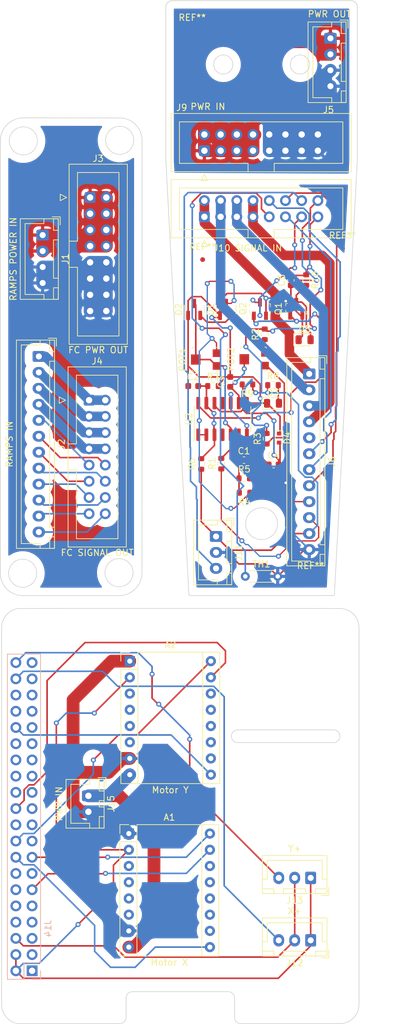
<source format=kicad_pcb>
(kicad_pcb (version 20211014) (generator pcbnew)
  (layers (0 "F.Cu" signal) (31 "B.Cu" signal) (34 "B.Paste" user) (35 "F.Paste" user) (36 "B.SilkS" user "B.Silkscreen") (37 "F.SilkS" user "F.Silkscreen") (38 "B.Mask" user) (39 "F.Mask" user) (44 "Edge.Cuts" user))
  (net 0 "")
  (net 1 "/RAMPS Adapter/HE0+")
  (net 2 "GNDREF")
  (net 3 "/RAMPS Adapter/E0 1B")
  (net 4 "/RAMPS Adapter/E0 1A")
  (net 5 "/RAMPS Adapter/E0 2A")
  (net 6 "/RAMPS Adapter/E0 2B")
  (net 7 "/RAMPS Adapter/A13{slash}T.enc")
  (net 8 "/RAMPS Adapter/A4{slash}T.ext")
  (net 9 "/RAMPS Adapter/A3{slash}T.hbr")
  (net 10 "/RAMPS Adapter/D6{slash}PWM 5V")
  (net 11 "/RAMPS Adapter/D45{slash}End.Z")
  (net 12 "/RAMPS Adapter/D39{slash}End.Y")
  (net 13 "/RPi Motor/GNDmot")
  (net 14 "Net-(A1-Pad2)")
  (net 19 "/RPi Motor/Vmot")
  (net 20 "/RPi Motor/MotX En")
  (net 26 "/RPi Motor/MotX Step")
  (net 27 "/RPi Motor/MotX DIR")
  (net 32 "/RPi Motor/MotY En")
  (net 38 "/RPi Motor/MotY Step")
  (net 39 "/RPi Motor/MotY DIR")
  (net 40 "Net-(J12-Pad2)")
  (net 41 "/RPi Motor/X+")
  (net 42 "/RPi Motor/Y+")
  (net 72 "Net-(C1-Pad1)")
  (net 73 "Net-(C1-Pad2)")
  (net 74 "/Caret Adapter/GND")
  (net 75 "Net-(C2-Pad2)")
  (net 76 "Net-(C3-Pad1)")
  (net 77 "Net-(C4-Pad2)")
  (net 78 "/Caret Adapter/5V+")
  (net 79 "/Caret Adapter/PZ+")
  (net 80 "Net-(D2-Pad3)")
  (net 81 "Net-(D3-Pad1)")
  (net 82 "Net-(D3-Pad2)")
  (net 83 "Net-(D5-Pad2)")
  (net 84 "/RAMPS Adapter/GND_RAMPS")
  (net 85 "/RAMPS Adapter/+5V")
  (net 86 "/Caret Adapter/HE0+")
  (net 87 "GND1")
  (net 88 "/Caret Adapter/1B")
  (net 89 "/Caret Adapter/1A")
  (net 90 "/Caret Adapter/2A")
  (net 91 "/Caret Adapter/2B")
  (net 93 "/Caret Adapter/T.ext")
  (net 94 "/Caret Adapter/T.hbr")
  (net 95 "/Caret Adapter/PWM 5V")
  (net 96 "/Caret Adapter/PZ-")
  (net 97 "/Caret Adapter/T.enc")
  (net 98 "/Caret Adapter/Z+")
  (net 99 "/Caret Adapter/End.Y")
  (net 100 "Net-(POT2-Pad1)")
  (net 101 "Net-(POT2-Pad3)")
  (net 102 "Net-(Q1-Pad1)")
  (footprint "Resistor_SMD:R_0603_1608Metric" (layer "F.Cu") (at 62.1 93.15 90)
    (fp_text reference "R3")
    (fp_text value "390k")
  )
  (footprint "Diode_SMD:D_0805_2012Metric" (layer "F.Cu") (at 63.1 87.6)
    (fp_text reference "D3")
    (fp_text value "RED")
  )
  (footprint "Connector_IDC:IDC-Header_2x08_P2.54mm_Vertical" (layer "F.Cu") (at 34.28 87.110229)
    (fp_text reference "J4")
    (fp_text value "FC SIGNAL OUT")
  )
  (footprint "Resistor_SMD:R_0603_1608Metric" (layer "F.Cu") (at 51.85 97.1 90)
    (fp_text reference "R6")
    (fp_text value "10k")
  )
  (footprint "Resistor_SMD:R_0603_1608Metric" (layer "F.Cu") (at 53.7 84.9)
    (fp_text reference "R7")
    (fp_text value "10k")
  )
  (footprint "Connector_IDC:IDC-Header_2x08_P2.54mm_Vertical" (layer "F.Cu") (at 34.4425 55.370229)
    (fp_text reference "J3")
    (fp_text value "FC PWR OUT")
  )
  (footprint "Connector_JST:JST_XH_B4B-XH-A_1x04_P2.50mm_Vertical" (layer "F.Cu") (at 27.005 61.260229 -90)
    (fp_text reference "J1")
    (fp_text value "RAMPS POWER IN")
  )
  (footprint "Fiducial:Fiducial_0.75mm_Mask1.5mm" (layer "F.Cu") (at 50.45 29.2)
    (fp_text reference "REF**")
    (fp_text value "Fiducial_0.75mm_Mask1.5mm")
  )
  (footprint "Fiducial:Fiducial_0.75mm_Mask1.5mm" (layer "F.Cu") (at 52.075 65.1)
    (fp_text reference "REF**")
    (fp_text value "Fiducial_0.75mm_Mask1.5mm")
  )
  (footprint "RPi_Hat:RPi_Hat_Mounting_Hole" (layer "F.Cu") (at 73.1 181.3125 90)
    (fp_text reference "" hide)
    (fp_text value "" hide)
  )
  (footprint "Capacitor_SMD:C_0603_1608Metric" (layer "F.Cu") (at 56.4 84.25 90)
    (fp_text reference "C3")
    (fp_text value "0.1uF")
  )
  (footprint "RPi_Hat:RPi_Hat_Mounting_Hole" (layer "F.Cu") (at 73.1 123.3125 90)
    (fp_text reference "" hide)
    (fp_text value "" hide)
  )
  (footprint "Fiducial:Fiducial_0.75mm_Mask1.5mm" (layer "F.Cu") (at 69 115.025)
    (fp_text reference "REF**")
    (fp_text value "Fiducial_0.75mm_Mask1.5mm")
  )
  (footprint "RPi_Hat:RPi_Hat_Mounting_Hole" (layer "F.Cu") (at 24.1 123.3125 90)
    (fp_text reference "" hide)
    (fp_text value "" hide)
  )
  (footprint "Connector_JST:JST_XH_B3B-XH-A_1x03_P2.50mm_Vertical" (layer "F.Cu") (at 69 161.9125 180)
    (fp_text reference "J13")
    (fp_text value "Y+")
  )
  (footprint "Connector_JST:JST_XH_B12B-XH-A_1x12_P2.50mm_Vertical" (layer "F.Cu") (at 26.405 80.260229 -90)
    (fp_text reference "J2")
    (fp_text value "RAMPS IN")
  )
  (footprint "digikey-footprints:SOT-23-3" (layer "F.Cu") (at 61.05 72.85 90)
    (fp_text reference "Q2")
    (fp_text value "BSS138BK")
  )
  (footprint "Package_TO_SOT_SMD:SOT-23" (layer "F.Cu") (at 55.75 72.9 90)
    (fp_text reference "D1")
    (fp_text value "BAV99")
  )
  (footprint "Resistor_SMD:R_0603_1608Metric" (layer "F.Cu") (at 55 97.05 90)
    (fp_text reference "R1")
    (fp_text value "10k")
  )
  (footprint "Package_SO:SOIC-14_3.9x8.7mm_P1.27mm" (layer "F.Cu") (at 55.2 90.05 90)
    (fp_text reference "U2")
    (fp_text value "LM324")
  )
  (footprint "Resistor_SMD:R_0603_1608Metric" (layer "F.Cu") (at 58.6 99.35)
    (fp_text reference "R5")
    (fp_text value "82k")
  )
  (footprint "Resistor_THT:R_Axial_DIN0204_L3.6mm_D1.6mm_P5.08mm_Horizontal" (layer "F.Cu") (at 58.76 114.7)
    (fp_text reference "TH1")
    (fp_text value "Thermistor_NTC")
  )
  (footprint "Resistor_SMD:R_0603_1608Metric" (layer "F.Cu") (at 59.1 84.65 180)
    (fp_text reference "R9")
    (fp_text value "1M")
  )
  (footprint "Capacitor_SMD:C_0603_1608Metric" (layer "F.Cu") (at 65.9 68.35 90)
    (fp_text reference "C5")
    (fp_text value "1 uF 10 V 10%")
  )
  (footprint "Connector_JST:JST_XH_B3B-XH-A_1x03_P2.50mm_Vertical" (layer "F.Cu") (at 69 171.6875 180)
    (fp_text reference "J12")
    (fp_text value "X+")
  )
  (footprint "Resistor_SMD:R_0603_1608Metric" (layer "F.Cu") (at 58.65 101.6 180)
    (fp_text reference "R4")
    (fp_text value "20k")
  )
  (footprint "digikey-footprints:Trimpot_3.8mmx3.6mm_TC33X-2-103E" (layer "F.Cu") (at 60.05 80.7 90)
    (fp_text reference "POT2")
    (fp_text value "TC33X-2-104")
  )
  (footprint "Capacitor_SMD:C_0603_1608Metric" (layer "F.Cu") (at 50.6 84.9)
    (fp_text reference "C2")
    (fp_text value "0.1uF")
  )
  (footprint "Capacitor_SMD:C_0603_1608Metric" (layer "F.Cu") (at 58.55 96.5)
    (fp_text reference "C1")
    (fp_text value "0.1uF")
  )
  (footprint "Connector_JST:JST_XH_B4B-XH-A_1x04_P2.50mm_Vertical" (layer "F.Cu") (at 72.1 30.45 -90)
    (fp_text reference "J5")
    (fp_text value "PWR OUT")
  )
  (footprint "Module:Pololu_Breakout-16_15.2x20.3mm" (layer "F.Cu") (at 40.51 154.9725)
    (fp_text reference "A1")
    (fp_text value "Motor X")
  )
  (footprint "Package_TO_SOT_SMD:SOT-23" (layer "F.Cu") (at 50.75 72.9 90)
    (fp_text reference "D2")
    (fp_text value "BAV99")
  )
  (footprint "Resistor_SMD:R_0603_1608Metric" (layer "F.Cu") (at 68.3 68.3 -90)
    (fp_text reference "R10")
    (fp_text value "1k")
  )
  (footprint "Resistor_SMD:R_0603_1608Metric" (layer "F.Cu") (at 61.8 76.8 90)
    (fp_text reference "R2")
    (fp_text value "330k")
  )
  (footprint "Connector_IDC:IDC-Header_2x08_P2.54mm_Vertical" (layer "F.Cu") (at 52.35 58.4 90)
    (fp_text reference "J10")
    (fp_text value "SIGNAL IN")
  )
  (footprint "digikey-footprints:Trimpot_3.8mmx3.6mm_TC33X-2-103E" (layer "F.Cu") (at 52.45 80.75 90)
    (fp_text reference "POT1")
    (fp_text value "TC33X-2-105")
  )
  (footprint "Connector_IDC:IDC-Header_2x08_P2.54mm_Vertical" (layer "F.Cu") (at 52.35 48.05 90)
    (fp_text reference "J9")
    (fp_text value "PWR IN")
  )
  (footprint "Connector_JST:JST_XH_B3B-XH-A_1x03_P2.50mm_Vertical" (layer "F.Cu") (at 54.175 108.45 -90)
    (fp_text reference "J11")
    (fp_text value "Endstop Y")
  )
  (footprint "Resistor_SMD:R_0603_1608Metric" (layer "F.Cu") (at 63.1 84.75)
    (fp_text reference "R8")
    (fp_text value "510")
  )
  (footprint "Capacitor_SMD:C_0603_1608Metric" (layer "F.Cu") (at 63.2 97.2)
    (fp_text reference "C4")
    (fp_text value "1 uF 10 V 10%")
  )
  (footprint "RPi_Hat:RPi_Hat_Mounting_Hole" (layer "F.Cu") (at 24.1 181.45 90)
    (fp_text reference "" hide)
    (fp_text value "" hide)
  )
  (footprint "Connector_JST:JST_XH_B12B-XH-A_1x12_P2.50mm_Vertical" (layer "F.Cu") (at 68.775 83 -90)
    (fp_text reference "J6")
    (fp_text value "TOOLHEAD")
  )
  (footprint "digikey-footprints:SOT-23-3" (layer "F.Cu") (at 66.75 72.8 90)
    (fp_text reference "Q1")
    (fp_text value "BSS138BK")
  )
  (footprint "Connector_JST:JST_XH_B2B-XH-A_1x02_P2.50mm_Vertical" (layer "F.Cu") (at 34.175 149.0625 -90)
    (fp_text reference "J15")
    (fp_text value "PWR IN")
  )
  (footprint "Diode_SMD:D_SOD-523" (layer "F.Cu") (at 64.05 93.05 -90)
    (fp_text reference "D4")
    (fp_text value "RB751S40T1G")
  )
  (footprint "Diode_SMD:D_0805_2012Metric" (layer "F.Cu") (at 68.05 77.65)
    (fp_text reference "D5")
    (fp_text value "BLUE")
  )
  (footprint "Fiducial:Fiducial_0.75mm_Mask1.5mm" (layer "F.Cu") (at 74 63.325)
    (fp_text reference "REF**")
    (fp_text value "Fiducial_0.75mm_Mask1.5mm")
  )
  (footprint "Module:Pololu_Breakout-16_15.2x20.3mm" (layer "F.Cu") (at 40.66 127.9725)
    (fp_text reference "A2")
    (fp_text value "Motor Y")
  )
  (footprint "Connector_PinSocket_2.54mm:PinSocket_2x20_P2.54mm_Vertical" (layer "B.Cu") (at 25.35 176.4625)
    (fp_text reference "J14")
    (fp_text value "Raspberry_Pi_2_3")
  )
  (gr_line (start 76.0986 24.934) (end 76.0766 24.907) (layer "Edge.Cuts") (width 0.1))
  (gr_line (start 75.8984 24.741) (end 75.8698 24.721) (layer "Edge.Cuts") (width 0.1))
  (gr_line (start 76.0299 24.855) (end 76.0053 24.831) (layer "Edge.Cuts") (width 0.1))
  (gr_line (start 46.5226 24.934) (end 46.5016 24.962) (layer "Edge.Cuts") (width 0.1))
  (gr_line (start 30.75 117.7125) (end 23.872271 117.710229) (layer "Edge.Cuts") (width 0.1))
  (gr_line (start 76.0766 24.907) (end 76.0537 24.881) (layer "Edge.Cuts") (width 0.1))
  (gr_line (start 46.9039 24.636) (end 46.8722 24.651) (layer "Edge.Cuts") (width 0.1))
  (gr_line (start 46.3596 25.241) (end 46.3493 25.274) (layer "Edge.Cuts") (width 0.1))
  (gr_line (start 46.4625 25.02) (end 46.4446 25.05) (layer "Edge.Cuts") (width 0.1))
  (gr_line (start 47.137 24.565) (end 47.1027 24.572) (layer "Edge.Cuts") (width 0.1))
  (gr_line (start 23.07868 119.73382) (end 30.75 119.7125) (layer "Edge.Cuts") (width 0.1))
  (gr_line (start 75.8698 24.721) (end 75.8405 24.702) (layer "Edge.Cuts") (width 0.1))
  (gr_arc (start 39.08 42.917958) (mid 41.558396 43.946624) (end 42.579986 46.427958) (layer "Edge.Cuts") (width 0.1))
  (gr_line (start 58.07868 184.73382) (end 73.57868 184.73382) (layer "Edge.Cuts") (width 0.1))
  (gr_arc (start 58.07868 184.73382) (mid 57.371579 184.440921) (end 57.07868 183.73382) (layer "Edge.Cuts") (width 0.1))
  (gr_line (start 50.1 117.7) (end 59.2 117.7125) (layer "Edge.Cuts") (width 0.1))
  (gr_line (start 46.5675 24.881) (end 46.5446 24.907) (layer "Edge.Cuts") (width 0.1))
  (gr_line (start 76.2378 25.175) (end 76.2241 25.143) (layer "Edge.Cuts") (width 0.1))
  (gr_arc (start 20.380001 46.510229) (mid 21.433613 43.963177) (end 23.98 42.907958) (layer "Edge.Cuts") (width 0.1))
  (gr_arc (start 42.57227 114.117958) (mid 41.518656 116.665) (end 38.972271 117.720229) (layer "Edge.Cuts") (width 0.1))
  (gr_line (start 76.3009 25.411) (end 76.2954 25.376) (layer "Edge.Cuts") (width 0.1))
  (gr_line (start 46.5016 24.962) (end 46.4816 24.991) (layer "Edge.Cuts") (width 0.1))
  (gr_line (start 46.4446 25.05) (end 46.4277 25.081) (layer "Edge.Cuts") (width 0.1))
  (gr_line (start 20.372285 114.200229) (end 20.380001 46.510229) (layer "Edge.Cuts") (width 0.1))
  (gr_line (start 76.0053 24.831) (end 75.9797 24.807) (layer "Edge.Cuts") (width 0.1))
  (gr_line (start 47.1027 24.572) (end 47.0687 24.58) (layer "Edge.Cuts") (width 0.1))
  (gr_line (start 75.3455 24.551) (end 75.3106 24.55) (layer "Edge.Cuts") (width 0.1))
  (gr_line (start 75.4842 24.565) (end 75.4498 24.56) (layer "Edge.Cuts") (width 0.1))
  (gr_line (start 46.8411 24.667) (end 46.8106 24.684) (layer "Edge.Cuts") (width 0.1))
  (gr_arc (start 57.57868 140.73382) (mid 56.57868 139.73382) (end 57.57868 138.73382) (layer "Edge.Cuts") (width 0.1))
  (gr_line (start 46.7807 24.702) (end 46.7514 24.721) (layer "Edge.Cuts") (width 0.1))
  (gr_line (start 75.5862 24.589) (end 75.5525 24.58) (layer "Edge.Cuts") (width 0.1))
  (gr_line (start 46.9686 24.61) (end 46.936 24.623) (layer "Edge.Cuts") (width 0.1))
  (gr_line (start 46.3112 25.515) (end 46.3106 25.55) (layer "Edge.Cuts") (width 0.1))
  (gr_line (start 75.6196 24.599) (end 75.5862 24.589) (layer "Edge.Cuts") (width 0.1))
  (gr_circle (center 55.3106 34.55) (end 56.8106 34.55) (layer "Edge.Cuts") (width 0.1) (fill none))
  (gr_line (start 57.57868 138.73382) (end 72.57868 138.73382) (layer "Edge.Cuts") (width 0.1))
  (gr_line (start 76.3106 25.55) (end 76.31 25.515) (layer "Edge.Cuts") (width 0.1))
  (gr_line (start 76.1587 25.02) (end 76.1396 24.991) (layer "Edge.Cuts") (width 0.1))
  (gr_line (start 30.75 119.7125) (end 34.75 119.7125) (layer "Edge.Cuts") (width 0.1))
  (gr_arc (start 76.57868 181.73382) (mid 75.699986 183.855126) (end 73.57868 184.73382) (layer "Edge.Cuts") (width 0.1))
  (gr_line (start 76.2954 25.376) (end 76.2887 25.342) (layer "Edge.Cuts") (width 0.1))
  (gr_line (start 75.4498 24.56) (end 75.4151 24.555) (layer "Edge.Cuts") (width 0.1))
  (gr_line (start 40.07868 183.73382) (end 40.07868 180.73382) (layer "Edge.Cuts") (width 0.1))
  (gr_line (start 47.3106 24.55) (end 47.2757 24.551) (layer "Edge.Cuts") (width 0.1))
  (gr_line (start 46.6159 24.831) (end 46.5913 24.855) (layer "Edge.Cuts") (width 0.1))
  (gr_line (start 76.2094 25.112) (end 76.1935 25.081) (layer "Edge.Cuts") (width 0.1))
  (gr_line (start 47.035 24.589) (end 47.0016 24.599) (layer "Edge.Cuts") (width 0.1))
  (gr_line (start 42.579986 46.427958) (end 42.57227 114.117958) (layer "Edge.Cuts") (width 0.1))
  (gr_circle (center 67.3106 34.55) (end 68.8106 34.55) (layer "Edge.Cuts") (width 0.1) (fill none))
  (gr_line (start 57.07868 183.73382) (end 57.07868 180.73382) (layer "Edge.Cuts") (width 0.1))
  (gr_circle (center 23.98 46.507958) (end 26.18 46.607958) (layer "Edge.Cuts") (width 0.1) (fill none))
  (gr_line (start 75.5525 24.58) (end 75.5185 24.572) (layer "Edge.Cuts") (width 0.1))
  (gr_line (start 46.313 25.48) (end 46.3112 25.515) (layer "Edge.Cuts") (width 0.1))
  (gr_line (start 41.07868 179.73382) (end 56.07868 179.73382) (layer "Edge.Cuts") (width 0.1))
  (gr_circle (center 38.972271 114.120229) (end 36.772271 114.020229) (layer "Edge.Cuts") (width 0.1) (fill none))
  (gr_line (start 46.5446 24.907) (end 46.5226 24.934) (layer "Edge.Cuts") (width 0.1))
  (gr_line (start 75.3804 24.552) (end 75.3455 24.551) (layer "Edge.Cuts") (width 0.1))
  (gr_line (start 46.3161 25.445) (end 46.313 25.48) (layer "Edge.Cuts") (width 0.1))
  (gr_line (start 75.6852 24.623) (end 75.6526 24.61) (layer "Edge.Cuts") (width 0.1))
  (gr_line (start 23.07868 184.73382) (end 39.07868 184.73382) (layer "Edge.Cuts") (width 0.1))
  (gr_line (start 46.936 24.623) (end 46.9039 24.636) (layer "Edge.Cuts") (width 0.1))
  (gr_line (start 34.75 117.7125) (end 38.972271 117.720229) (layer "Edge.Cuts") (width 0.1))
  (gr_line (start 46.8722 24.651) (end 46.8411 24.667) (layer "Edge.Cuts") (width 0.1))
  (gr_line (start 76.2719 25.274) (end 76.2616 25.241) (layer "Edge.Cuts") (width 0.1))
  (gr_circle (center 39.08 46.417958) (end 41.28 46.517958) (layer "Edge.Cuts") (width 0.1) (fill none))
  (gr_line (start 72.725 117.55) (end 76.3106 49.55) (layer "Edge.Cuts") (width 0.1))
  (gr_line (start 46.6678 24.784) (end 46.6415 24.807) (layer "Edge.Cuts") (width 0.1))
  (gr_arc (start 20.57868 122.73382) (mid 21.285591 120.781246) (end 23.07868 119.73382) (layer "Edge.Cuts") (width 0.1))
  (gr_line (start 46.3834 25.175) (end 46.3709 25.208) (layer "Edge.Cuts") (width 0.1))
  (gr_line (start 76.2616 25.241) (end 76.2503 25.208) (layer "Edge.Cuts") (width 0.1))
  (gr_line (start 46.3493 25.274) (end 46.3403 25.308) (layer "Edge.Cuts") (width 0.1))
  (gr_line (start 75.7173 24.636) (end 75.6852 24.623) (layer "Edge.Cuts") (width 0.1))
  (gr_line (start 46.3106 49.55) (end 49.9212 117.55) (layer "Edge.Cuts") (width 0.1))
  (gr_line (start 47.0687 24.58) (end 47.035 24.589) (layer "Edge.Cuts") (width 0.1))
  (gr_line (start 46.4816 24.991) (end 46.4625 25.02) (layer "Edge.Cuts") (width 0.1))
  (gr_line (start 46.5913 24.855) (end 46.5675 24.881) (layer "Edge.Cuts") (width 0.1))
  (gr_line (start 46.3403 25.308) (end 46.3325 25.342) (layer "Edge.Cuts") (width 0.1))
  (gr_line (start 20.57868 181.73382) (end 20.57868 122.73382) (layer "Edge.Cuts") (width 0.1))
  (gr_arc (start 50.1 117.7) (mid 49.983456 117.657355) (end 49.9212 117.55) (layer "Edge.Cuts") (width 0.1))
  (gr_arc (start 56.07868 179.73382) (mid 56.785793 180.026707) (end 57.07868 180.73382) (layer "Edge.Cuts") (width 0.1))
  (gr_line (start 46.3106 25.55) (end 46.3106 49.55) (layer "Edge.Cuts") (width 0.1))
  (gr_line (start 47.1714 24.56) (end 47.137 24.565) (layer "Edge.Cuts") (width 0.1))
  (gr_arc (start 23.872271 117.710229) (mid 21.393864 116.681565) (end 20.372285 114.200229) (layer "Edge.Cuts") (width 0.1))
  (gr_line (start 46.8106 24.684) (end 46.7807 24.702) (layer "Edge.Cuts") (width 0.1))
  (gr_line (start 46.3971 25.143) (end 46.3834 25.175) (layer "Edge.Cuts") (width 0.1))
  (gr_line (start 73.57868 119.73382) (end 63.2 119.7125) (layer "Edge.Cuts") (width 0.1))
  (gr_line (start 76.57868 181.73382) (end 76.57868 122.73382) (layer "Edge.Cuts") (width 0.1))
  (gr_arc (start 72.57868 138.73382) (mid 73.57868 139.73382) (end 72.57868 140.73382) (layer "Edge.Cuts") (width 0.1))
  (gr_circle (center 61.3106 106.45) (end 61.3106 103.95) (layer "Edge.Cuts") (width 0.1) (fill none))
  (gr_line (start 75.9797 24.807) (end 75.9534 24.784) (layer "Edge.Cuts") (width 0.1))
  (gr_arc (start 40.07868 180.73382) (mid 40.371559 180.026699) (end 41.07868 179.73382) (layer "Edge.Cuts") (width 0.1))
  (gr_line (start 75.4151 24.555) (end 75.3804 24.552) (layer "Edge.Cuts") (width 0.1))
  (gr_line (start 76.3082 25.48) (end 76.3051 25.445) (layer "Edge.Cuts") (width 0.1))
  (gr_line (start 76.1935 25.081) (end 76.1766 25.05) (layer "Edge.Cuts") (width 0.1))
  (gr_line (start 46.7514 24.721) (end 46.7228 24.741) (layer "Edge.Cuts") (width 0.1))
  (gr_line (start 47.2757 24.551) (end 47.2408 24.552) (layer "Edge.Cuts") (width 0.1))
  (gr_line (start 46.6415 24.807) (end 46.6159 24.831) (layer "Edge.Cuts") (width 0.1))
  (gr_line (start 46.6949 24.762) (end 46.6678 24.784) (layer "Edge.Cuts") (width 0.1))
  (gr_line (start 76.2503 25.208) (end 76.2378 25.175) (layer "Edge.Cuts") (width 0.1))
  (gr_arc (start 23.07868 184.73382) (mid 21.285605 183.686382) (end 20.57868 181.73382) (layer "Edge.Cuts") (width 0.1))
  (gr_line (start 46.7228 24.741) (end 46.6949 24.762) (layer "Edge.Cuts") (width 0.1))
  (gr_line (start 76.1396 24.991) (end 76.1196 24.962) (layer "Edge.Cuts") (width 0.1))
  (gr_line (start 75.6526 24.61) (end 75.6196 24.599) (layer "Edge.Cuts") (width 0.1))
  (gr_line (start 75.5185 24.572) (end 75.4842 24.565) (layer "Edge.Cuts") (width 0.1))
  (gr_line (start 76.31 25.515) (end 76.3082 25.48) (layer "Edge.Cuts") (width 0.1))
  (gr_line (start 75.9263 24.762) (end 75.8984 24.741) (layer "Edge.Cuts") (width 0.1))
  (gr_line (start 47.0016 24.599) (end 46.9686 24.61) (layer "Edge.Cuts") (width 0.1))
  (gr_line (start 75.749 24.651) (end 75.7173 24.636) (layer "Edge.Cuts") (width 0.1))
  (gr_line (start 76.2809 25.308) (end 76.2719 25.274) (layer "Edge.Cuts") (width 0.1))
  (gr_line (start 34.75 117.7125) (end 30.75 117.7125) (layer "Edge.Cuts") (width 0.1))
  (gr_line (start 46.3203 25.411) (end 46.3161 25.445) (layer "Edge.Cuts") (width 0.1))
  (gr_line (start 76.2887 25.342) (end 76.2809 25.308) (layer "Edge.Cuts") (width 0.1))
  (gr_line (start 76.3051 25.445) (end 76.3009 25.411) (layer "Edge.Cuts") (width 0.1))
  (gr_arc (start 73.57868 119.73382) (mid 75.700006 120.612494) (end 76.57868 122.73382) (layer "Edge.Cuts") (width 0.1))
  (gr_arc (start 40.07868 183.73382) (mid 39.785772 184.440912) (end 39.07868 184.73382) (layer "Edge.Cuts") (width 0.1))
  (gr_arc (start 72.725 117.55) (mid 72.681066 117.656066) (end 72.575 117.7) (layer "Edge.Cuts") (width 0.1))
  (gr_line (start 76.1766 25.05) (end 76.1587 25.02) (layer "Edge.Cuts") (width 0.1))
  (gr_line (start 76.0537 24.881) (end 76.0299 24.855) (layer "Edge.Cuts") (width 0.1))
  (gr_line (start 75.9534 24.784) (end 75.9263 24.762) (layer "Edge.Cuts") (width 0.1))
  (gr_circle (center 23.872271 114.210229) (end 21.672271 114.110229) (layer "Edge.Cuts") (width 0.1) (fill none))
  (gr_line (start 76.3106 49.55) (end 76.3106 25.55) (layer "Edge.Cuts") (width 0.1))
  (gr_line (start 75.7801 24.667) (end 75.749 24.651) (layer "Edge.Cuts") (width 0.1))
  (gr_line (start 63.2 119.7125) (end 34.75 119.7125) (layer "Edge.Cuts") (width 0.1))
  (gr_line (start 57.57868 140.73382) (end 72.57868 140.73382) (layer "Edge.Cuts") (width 0.1))
  (gr_line (start 47.2408 24.552) (end 47.2061 24.555) (layer "Edge.Cuts") (width 0.1))
  (gr_line (start 75.3106 24.55) (end 47.3106 24.55) (layer "Edge.Cuts") (width 0.1))
  (gr_line (start 59.2 117.7125) (end 72.575 117.7) (layer "Edge.Cuts") (width 0.1))
  (gr_line (start 76.1196 24.962) (end 76.0986 24.934) (layer "Edge.Cuts") (width 0.1))
  (gr_line (start 46.4118 25.112) (end 46.3971 25.143) (layer "Edge.Cuts") (width 0.1))
  (gr_line (start 76.2241 25.143) (end 76.2094 25.112) (layer "Edge.Cuts") (width 0.1))
  (gr_line (start 46.3258 25.376) (end 46.3203 25.411) (layer "Edge.Cuts") (width 0.1))
  (gr_line (start 75.8106 24.684) (end 75.7801 24.667) (layer "Edge.Cuts") (width 0.1))
  (gr_line (start 23.98 42.907958) (end 39.08 42.917958) (layer "Edge.Cuts") (width 0.1))
  (gr_line (start 47.2061 24.555) (end 47.1714 24.56) (layer "Edge.Cuts") (width 0.1))
  (gr_line (start 46.3709 25.208) (end 46.3596 25.241) (layer "Edge.Cuts") (width 0.1))
  (gr_line (start 46.4277 25.081) (end 46.4118 25.112) (layer "Edge.Cuts") (width 0.1))
  (gr_line (start 75.8405 24.702) (end 75.8106 24.684) (layer "Edge.Cuts") (width 0.1))
  (gr_line (start 46.3325 25.342) (end 46.3258 25.376) (layer "Edge.Cuts") (width 0.1))
  (segment (start 27.775 62.990229) (end 34.4425 62.990229) (width 2) (layer "F.Cu") (net 1))
  (segment (start 34.4425 62.990229) (end 36.9825 60.450229) (width 2) (layer "F.Cu") (net 1))
  (segment (start 27.005 63.760229) (end 27.005 61.260229) (width 2) (layer "F.Cu") (net 1))
  (segment (start 34.4425 62.990229) (end 36.9825 62.990229) (width 2) (layer "F.Cu") (net 1))
  (segment (start 36.9825 62.990229) (end 36.9825 55.370229) (width 2) (layer "F.Cu") (net 1))
  (segment (start 34.4425 57.910229) (end 36.9825 55.370229) (width 2) (layer "F.Cu") (net 1))
  (segment (start 36.9825 55.370229) (end 34.4425 55.370229) (width 2) (layer "F.Cu") (net 1))
  (segment (start 27.005 61.260229) (end 33.6325 61.260229) (width 2) (layer "F.Cu") (net 1))
  (segment (start 33.6325 61.260229) (end 34.4425 60.450229) (width 2) (layer "F.Cu") (net 1))
  (segment (start 27.005 63.760229) (end 27.775 62.990229) (width 2) (layer "F.Cu") (net 1))
  (segment (start 34.4425 55.370229) (end 34.4425 62.990229) (width 2) (layer "F.Cu") (net 1))
  (segment (start 36.9825 57.910229) (end 34.4425 57.910229) (width 2) (layer "F.Cu") (net 1))
  (segment (start 34.4425 60.450229) (end 36.9825 57.910229) (width 2) (layer "F.Cu") (net 1))
  (segment (start 34.4425 65.530229) (end 34.4425 73.150229) (width 2) (layer "B.Cu") (net 2))
  (segment (start 27.005 68.760229) (end 27.005 66.260229) (width 2) (layer "B.Cu") (net 2))
  (segment (start 29.04 68.070229) (end 34.4425 68.070229) (width 2) (layer "B.Cu") (net 2))
  (segment (start 27.005 66.260229) (end 33.7125 66.260229) (width 2) (layer "B.Cu") (net 2))
  (segment (start 34.4425 73.150229) (end 35.08125 72.511479) (width 2) (layer "B.Cu") (net 2))
  (segment (start 36.9825 65.530229) (end 36.9825 73.150229) (width 2) (layer "B.Cu") (net 2))
  (segment (start 27.005 66.260229) (end 27.23 66.260229) (width 2) (layer "B.Cu") (net 2))
  (segment (start 35.72 73.150229) (end 35.08125 72.511479) (width 2) (layer "B.Cu") (net 2))
  (segment (start 34.4425 73.150229) (end 34.4425 70.610229) (width 2) (layer "B.Cu") (net 2))
  (segment (start 33.7125 66.260229) (end 34.4425 65.530229) (width 2) (layer "B.Cu") (net 2))
  (segment (start 34.4425 65.530229) (end 36.9825 65.530229) (width 2) (layer "B.Cu") (net 2))
  (segment (start 27.23 66.260229) (end 29.04 68.070229) (width 2) (layer "B.Cu") (net 2))
  (segment (start 36.9825 73.150229) (end 35.72 73.150229) (width 2) (layer "B.Cu") (net 2))
  (segment (start 34.4425 71.872729) (end 34.4425 70.610229) (width 2) (layer "B.Cu") (net 2))
  (segment (start 35.72 73.150229) (end 34.4425 71.872729) (width 2) (layer "B.Cu") (net 2))
  (segment (start 34.4425 70.610229) (end 36.9825 68.070229) (width 2) (layer "B.Cu") (net 2))
  (segment (start 27.005 68.760229) (end 33.7525 68.760229) (width 2) (layer "B.Cu") (net 2))
  (segment (start 33.7525 68.760229) (end 36.9825 65.530229) (width 2) (layer "B.Cu") (net 2))
  (segment (start 35.08125 72.511479) (end 36.9825 70.610229) (width 2) (layer "B.Cu") (net 2))
  (segment (start 26.405 80.260229) (end 27.43 80.260229) (width 1.5) (layer "B.Cu") (net 3))
  (segment (start 27.43 80.260229) (end 34.28 87.110229) (width 1.5) (layer "B.Cu") (net 3))
  (segment (start 34.28 87.110229) (end 36.82 87.110229) (width 1.5) (layer "B.Cu") (net 3))
  (segment (start 26.574905 82.760229) (end 33.464905 89.650229) (width 1.5) (layer "B.Cu") (net 4))
  (segment (start 33.464905 89.650229) (end 36.82 89.650229) (width 1.5) (layer "B.Cu") (net 4))
  (segment (start 26.405 82.760229) (end 26.574905 82.760229) (width 1.5) (layer "B.Cu") (net 4))
  (segment (start 26.405 85.260229) (end 26.574905 85.260229) (width 1.5) (layer "B.Cu") (net 5))
  (segment (start 33.504905 92.190229) (end 36.82 92.190229) (width 1.5) (layer "B.Cu") (net 5))
  (segment (start 26.574905 85.260229) (end 33.504905 92.190229) (width 1.5) (layer "B.Cu") (net 5))
  (segment (start 26.574905 87.760229) (end 33.544905 94.730229) (width 1.5) (layer "B.Cu") (net 6))
  (segment (start 33.544905 94.730229) (end 36.82 94.730229) (width 1.5) (layer "B.Cu") (net 6))
  (segment (start 26.405 87.760229) (end 26.574905 87.760229) (width 1.5) (layer "B.Cu") (net 6))
  (segment (start 27.27 90.260229) (end 34.28 97.270229) (width 0.25) (layer "B.Cu") (net 7))
  (segment (start 26.405 90.260229) (end 27.27 90.260229) (width 0.25) (layer "B.Cu") (net 7))
  (segment (start 29.740489 96.095718) (end 35.645489 96.095718) (width 0.25) (layer "F.Cu") (net 8))
  (segment (start 35.645489 96.095718) (end 36.82 97.270229) (width 0.25) (layer "F.Cu") (net 8))
  (segment (start 26.405 92.760229) (end 29.740489 96.095718) (width 0.25) (layer "F.Cu") (net 8))
  (segment (start 30.955 99.810229) (end 34.28 99.810229) (width 0.25) (layer "F.Cu") (net 9))
  (segment (start 26.405 95.260229) (end 30.955 99.810229) (width 0.25) (layer "F.Cu") (net 9))
  (segment (start 35.454511 98.44474) (end 36.82 99.810229) (width 0.25) (layer "B.Cu") (net 10))
  (segment (start 26.405 97.760229) (end 27.089511 98.44474) (width 0.25) (layer "B.Cu") (net 10))
  (segment (start 27.089511 98.44474) (end 35.454511 98.44474) (width 0.25) (layer "B.Cu") (net 10))
  (segment (start 26.405 100.260229) (end 32.19 100.260229) (width 0.25) (layer "B.Cu") (net 11))
  (segment (start 32.19 100.260229) (end 34.28 102.350229) (width 0.25) (layer "B.Cu") (net 11))
  (segment (start 35.645489 103.52474) (end 36.82 102.350229) (width 0.25) (layer "B.Cu") (net 12))
  (segment (start 27.169511 103.52474) (end 35.645489 103.52474) (width 0.25) (layer "B.Cu") (net 12))
  (segment (start 26.405 102.760229) (end 27.169511 103.52474) (width 0.25) (layer "B.Cu") (net 12))
  (segment (start 31.77548 145.38798) (end 31.77548 134.05702) (width 2) (layer "F.Cu") (net 13))
  (segment (start 31.77548 134.05702) (end 37.86 127.9725) (width 2) (layer "F.Cu") (net 13))
  (segment (start 32.992227 151.5625) (end 31.77548 150.345753) (width 2) (layer "F.Cu") (net 13))
  (segment (start 40.66 143.2125) (end 39.52863 143.2125) (width 2) (layer "F.Cu") (net 13))
  (segment (start 37.35315 145.38798) (end 31.77548 145.38798) (width 2) (layer "F.Cu") (net 13))
  (segment (start 39.52863 143.2125) (end 37.35315 145.38798) (width 2) (layer "F.Cu") (net 13))
  (segment (start 31.77548 150.345753) (end 31.77548 145.38798) (width 2) (layer "F.Cu") (net 13))
  (segment (start 37.86 127.9725) (end 40.66 127.9725) (width 2) (layer "F.Cu") (net 13))
  (segment (start 34.175 151.5625) (end 32.992227 151.5625) (width 2) (layer "F.Cu") (net 13))
  (segment (start 37.1 151.5625) (end 40.51 154.9725) (width 2) (layer "B.Cu") (net 13))
  (segment (start 34.899511 165.212011) (end 39.9 170.2125) (width 2) (layer "B.Cu") (net 13))
  (segment (start 39.9 170.2125) (end 40.51 170.2125) (width 2) (layer "B.Cu") (net 13))
  (segment (start 34.899511 152.287011) (end 34.899511 165.212011) (width 2) (layer "B.Cu") (net 13))
  (segment (start 34.175 151.5625) (end 34.899511 152.287011) (width 2) (layer "B.Cu") (net 13))
  (segment (start 34.175 151.5625) (end 37.1 151.5625) (width 2) (layer "B.Cu") (net 13))
  (segment (start 38.1 163.6625) (end 38.1 163.5125) (width 0.25) (layer "F.Cu") (net 14))
  (segment (start 69 171.6875) (end 69 172.5625) (width 0.25) (layer "F.Cu") (net 14))
  (segment (start 40.51 157.5125) (end 38.1 159.9225) (width 0.25) (layer "F.Cu") (net 14))
  (segment (start 32.55 169.2125) (end 38.1 163.6625) (width 0.25) (layer "F.Cu") (net 14))
  (segment (start 30.374614 157.5125) (end 40.51 157.5125) (width 0.25) (layer "F.Cu") (net 14))
  (segment (start 23.984511 177.637011) (end 22.81 176.4625) (width 0.25) (layer "F.Cu") (net 14))
  (segment (start 63.925489 177.637011) (end 23.984511 177.637011) (width 0.25) (layer "F.Cu") (net 14))
  (segment (start 35.1 136.0725) (end 35.1 136.1125) (width 0.25) (layer "F.Cu") (net 14))
  (segment (start 69 171.6875) (end 69 161.9125) (width 0.25) (layer "F.Cu") (net 14))
  (segment (start 69 172.5625) (end 63.925489 177.637011) (width 0.25) (layer "F.Cu") (net 14))
  (segment (start 38.1 159.9225) (end 38.1 163.5125) (width 0.25) (layer "F.Cu") (net 14))
  (segment (start 29.15 156.287886) (end 30.374614 157.5125) (width 0.25) (layer "F.Cu") (net 14))
  (segment (start 40.66 130.5125) (end 35.1 136.0725) (width 0.25) (layer "F.Cu") (net 14))
  (segment (start 29.15 137.6625) (end 29.15 156.287886) (width 0.25) (layer "F.Cu") (net 14))
  (segment (start 22.81 176.4625) (end 22.81 173.9225) (width 0.25) (layer "F.Cu") (net 14))
  (via (at 29.15 137.6625) (size 0.8) (drill 0.4) (layers "F.Cu" "B.Cu") (net 14))
  (via (at 32.55 169.2125) (size 0.8) (drill 0.4) (layers "F.Cu" "B.Cu") (net 14))
  (via (at 35.1 136.1125) (size 0.8) (drill 0.4) (layers "F.Cu" "B.Cu") (net 14))
  (segment (start 26.474511 175.287989) (end 23.984511 175.287989) (width 0.25) (layer "B.Cu") (net 14))
  (segment (start 35.1 136.1125) (end 30.7 136.1125) (width 0.25) (layer "B.Cu") (net 14))
  (segment (start 32.55 169.2125) (end 26.474511 175.287989) (width 0.25) (layer "B.Cu") (net 14))
  (segment (start 30.7 136.1125) (end 29.15 137.6625) (width 0.25) (layer "B.Cu") (net 14))
  (segment (start 23.984511 175.287989) (end 22.81 176.4625) (width 0.25) (layer "B.Cu") (net 14))
  (segment (start 41.363433 172.7525) (end 40.51 172.7525) (width 2) (layer "F.Cu") (net 19))
  (segment (start 38.999022 149.0625) (end 44.45 154.513478) (width 2) (layer "F.Cu") (net 19))
  (segment (start 34.175 149.0625) (end 38.999022 149.0625) (width 2) (layer "F.Cu") (net 19))
  (segment (start 44.45 169.665933) (end 41.363433 172.7525) (width 2) (layer "F.Cu") (net 19))
  (segment (start 44.45 154.513478) (end 44.45 169.665933) (width 2) (layer "F.Cu") (net 19))
  (segment (start 34.175 149.0625) (end 37.35 149.0625) (width 2) (layer "B.Cu") (net 19))
  (segment (start 37.35 149.0625) (end 40.66 145.7525) (width 2) (layer "B.Cu") (net 19))
  (segment (start 53.21 172.7525) (end 44.66 172.7525) (width 0.25) (layer "B.Cu") (net 20))
  (segment (start 37.65 175.9125) (end 35.15 173.4125) (width 0.25) (layer "B.Cu") (net 20))
  (segment (start 35.15 169.36149) (end 25.645521 159.857011) (width 0.25) (layer "B.Cu") (net 20))
  (segment (start 44.66 172.7525) (end 41.5 175.9125) (width 0.25) (layer "B.Cu") (net 20))
  (segment (start 41.5 175.9125) (end 37.65 175.9125) (width 0.25) (layer "B.Cu") (net 20))
  (segment (start 23.984511 159.857011) (end 22.81 158.6825) (width 0.25) (layer "B.Cu") (net 20))
  (segment (start 35.15 173.4125) (end 35.15 169.36149) (width 0.25) (layer "B.Cu") (net 20))
  (segment (start 25.645521 159.857011) (end 23.984511 159.857011) (width 0.25) (layer "B.Cu") (net 20))
  (segment (start 33.1 161.2625) (end 36.8 161.2625) (width 0.25) (layer "F.Cu") (net 26))
  (segment (start 27.85 161.2625) (end 33.1 161.2625) (width 0.25) (layer "F.Cu") (net 26))
  (segment (start 36.8 161.2625) (end 36.85 161.2125) (width 0.25) (layer "F.Cu") (net 26))
  (segment (start 25.35 163.7625) (end 27.85 161.2625) (width 0.25) (layer "F.Cu") (net 26))
  (via (at 36.85 161.2125) (size 0.8) (drill 0.4) (layers "F.Cu" "B.Cu") (net 26))
  (segment (start 49.51 161.2125) (end 36.85 161.2125) (width 0.25) (layer "B.Cu") (net 26))
  (segment (start 53.21 157.5125) (end 49.51 161.2125) (width 0.25) (layer "B.Cu") (net 26))
  (segment (start 37.2 158.6625) (end 37.18 158.6825) (width 0.25) (layer "F.Cu") (net 27))
  (segment (start 37.18 158.6825) (end 25.35 158.6825) (width 0.25) (layer "F.Cu") (net 27))
  (via (at 37.2 158.6625) (size 0.8) (drill 0.4) (layers "F.Cu" "B.Cu") (net 27))
  (segment (start 49.5 158.6825) (end 53.21 154.9725) (width 0.25) (layer "B.Cu") (net 27))
  (segment (start 37.22 158.6825) (end 37.2 158.6625) (width 0.25) (layer "B.Cu") (net 27))
  (segment (start 49.5 158.6825) (end 37.22 158.6825) (width 0.25) (layer "B.Cu") (net 27))
  (segment (start 23.984511 139.537011) (end 47.144511 139.537011) (width 0.25) (layer "B.Cu") (net 32))
  (segment (start 22.81 138.3625) (end 23.984511 139.537011) (width 0.25) (layer "B.Cu") (net 32))
  (segment (start 47.144511 139.537011) (end 53.36 145.7525) (width 0.25) (layer "B.Cu") (net 32))
  (segment (start 24.1 148.11149) (end 24.1 149.7725) (width 0.25) (layer "F.Cu") (net 38))
  (segment (start 27.7 145.29351) (end 25.645521 147.347989) (width 0.25) (layer "F.Cu") (net 38))
  (segment (start 24.1 149.7725) (end 22.81 151.0625) (width 0.25) (layer "F.Cu") (net 38))
  (segment (start 54.35 125.0625) (end 33.65 125.0625) (width 0.25) (layer "F.Cu") (net 38))
  (segment (start 25.645521 147.347989) (end 24.863501 147.347989) (width 0.25) (layer "F.Cu") (net 38))
  (segment (start 27.7 131.0125) (end 27.7 145.29351) (width 0.25) (layer "F.Cu") (net 38))
  (segment (start 53.36 130.5125) (end 55.65 128.2225) (width 0.25) (layer "F.Cu") (net 38))
  (segment (start 33.65 125.0625) (end 27.7 131.0125) (width 0.25) (layer "F.Cu") (net 38))
  (segment (start 55.65 126.3625) (end 54.35 125.0625) (width 0.25) (layer "F.Cu") (net 38))
  (segment (start 24.863501 147.347989) (end 24.1 148.11149) (width 0.25) (layer "F.Cu") (net 38))
  (segment (start 55.65 128.2225) (end 55.65 126.3625) (width 0.25) (layer "F.Cu") (net 38))
  (segment (start 41.82 139.5125) (end 53.36 127.9725) (width 0.25) (layer "F.Cu") (net 39))
  (segment (start 34.95 143.4625) (end 38.9 139.5125) (width 0.25) (layer "F.Cu") (net 39))
  (segment (start 38.9 139.5125) (end 41.82 139.5125) (width 0.25) (layer "F.Cu") (net 39))
  (via (at 34.95 143.4625) (size 0.8) (drill 0.4) (layers "F.Cu" "B.Cu") (net 39))
  (segment (start 25.645521 154.967989) (end 34.95 145.66351) (width 0.25) (layer "B.Cu") (net 39))
  (segment (start 34.95 145.66351) (end 34.95 143.4625) (width 0.25) (layer "B.Cu") (net 39))
  (segment (start 22.81 156.1425) (end 23.984511 154.967989) (width 0.25) (layer "B.Cu") (net 39))
  (segment (start 23.984511 154.967989) (end 25.645521 154.967989) (width 0.25) (layer "B.Cu") (net 39))
  (segment (start 22.81 171.3825) (end 23.984511 172.557011) (width 0.25) (layer "F.Cu") (net 40))
  (segment (start 39.914004 174.3125) (end 63.875 174.3125) (width 0.25) (layer "F.Cu") (net 40))
  (segment (start 66.5 171.6875) (end 66.5 161.9125) (width 0.25) (layer "F.Cu") (net 40))
  (segment (start 63.875 174.3125) (end 66.5 171.6875) (width 0.25) (layer "F.Cu") (net 40))
  (segment (start 38.158515 172.557011) (end 39.914004 174.3125) (width 0.25) (layer "F.Cu") (net 40))
  (segment (start 23.984511 172.557011) (end 38.158515 172.557011) (width 0.25) (layer "F.Cu") (net 40))
  (segment (start 23.984511 129.567989) (end 36.415489 129.567989) (width 0.25) (layer "B.Cu") (net 41))
  (segment (start 36.415489 129.567989) (end 38.76 131.9125) (width 0.25) (layer "B.Cu") (net 41))
  (segment (start 55.451567 163.139067) (end 64 171.6875) (width 0.25) (layer "B.Cu") (net 41))
  (segment (start 53.8103 131.9125) (end 55.451567 133.553767) (width 0.25) (layer "B.Cu") (net 41))
  (segment (start 38.76 131.9125) (end 53.8103 131.9125) (width 0.25) (layer "B.Cu") (net 41))
  (segment (start 55.451567 133.553767) (end 55.451567 163.139067) (width 0.25) (layer "B.Cu") (net 41))
  (segment (start 22.81 130.7425) (end 23.984511 129.567989) (width 0.25) (layer "B.Cu") (net 41))
  (segment (start 44.7 134.3125) (end 45.1 134.7125) (width 0.25) (layer "F.Cu") (net 42))
  (segment (start 44.15 130.0125) (end 44.15 133.7625) (width 0.25) (layer "F.Cu") (net 42))
  (segment (start 45.1 134.7125) (end 45.2 134.7125) (width 0.25) (layer "F.Cu") (net 42))
  (segment (start 50.05 147.9625) (end 64 161.9125) (width 0.25) (layer "F.Cu") (net 42))
  (segment (start 50.05 140.2125) (end 50.05 147.9625) (width 0.25) (layer "F.Cu") (net 42))
  (segment (start 44.15 133.7625) (end 44.7 134.3125) (width 0.25) (layer "F.Cu") (net 42))
  (via (at 45.2 134.7125) (size 0.8) (drill 0.4) (layers "F.Cu" "B.Cu") (net 42))
  (via (at 44.15 130.0125) (size 0.8) (drill 0.4) (layers "F.Cu" "B.Cu") (net 42))
  (via (at 50.05 140.2125) (size 0.8) (drill 0.4) (layers "F.Cu" "B.Cu") (net 42))
  (segment (start 45.2 134.7125) (end 50.05 139.5625) (width 0.25) (layer "B.Cu") (net 42))
  (segment (start 22.81 128.2025) (end 24.364511 126.647989) (width 0.25) (layer "B.Cu") (net 42))
  (segment (start 50.05 139.5625) (end 50.05 140.2125) (width 0.25) (layer "B.Cu") (net 42))
  (segment (start 41.984511 126.647989) (end 44.15 128.813478) (width 0.25) (layer "B.Cu") (net 42))
  (segment (start 44.15 128.813478) (end 44.15 130.0125) (width 0.25) (layer "B.Cu") (net 42))
  (segment (start 24.364511 126.647989) (end 41.984511 126.647989) (width 0.25) (layer "B.Cu") (net 42))
  (segment (start 57.74 96.465) (end 57.775 96.5) (width 0.25) (layer "F.Cu") (net 72))
  (segment (start 57.775 101.55) (end 57.825 101.6) (width 0.25) (layer "F.Cu") (net 72))
  (segment (start 57.775 96.5) (end 57.775 99.35) (width 0.25) (layer "F.Cu") (net 72))
  (segment (start 57.775 99.35) (end 57.775 101.55) (width 0.25) (layer "F.Cu") (net 72))
  (segment (start 57.74 92.525) (end 57.74 96.465) (width 0.25) (layer "F.Cu") (net 72))
  (segment (start 59.01 96.185) (end 59.325 96.5) (width 0.25) (layer "F.Cu") (net 73))
  (segment (start 59.325 99.25) (end 59.425 99.35) (width 0.25) (layer "F.Cu") (net 73))
  (segment (start 56.47 87.575) (end 56.47 86.23) (width 0.25) (layer "F.Cu") (net 73))
  (segment (start 56.47 86.23) (end 56.5 86.2) (width 0.25) (layer "F.Cu") (net 73))
  (segment (start 59 91.1) (end 59 92.515) (width 0.25) (layer "F.Cu") (net 73))
  (segment (start 59.325 96.5) (end 59.325 99.25) (width 0.25) (layer "F.Cu") (net 73))
  (segment (start 59 92.515) (end 59.01 92.525) (width 0.25) (layer "F.Cu") (net 73))
  (segment (start 59.01 92.525) (end 59.01 96.185) (width 0.25) (layer "F.Cu") (net 73))
  (via (at 59 91.1) (size 0.8) (drill 0.4) (layers "F.Cu" "B.Cu") (net 73))
  (via (at 56.5 86.2) (size 0.8) (drill 0.4) (layers "F.Cu" "B.Cu") (net 73))
  (segment (start 56.5 86.2) (end 56.5 88.6) (width 0.25) (layer "B.Cu") (net 73))
  (segment (start 56.5 88.6) (end 59 91.1) (width 0.25) (layer "B.Cu") (net 73))
  (segment (start 62 71.150978) (end 62 73.9) (width 0.25) (layer "F.Cu") (net 74))
  (segment (start 49.8 81.749022) (end 49.8 73.8375) (width 0.25) (layer "F.Cu") (net 74))
  (segment (start 65.8 71.6) (end 65.9 71.5) (width 0.25) (layer "F.Cu") (net 74))
  (segment (start 69.95 68.35) (end 66.675 68.35) (width 0.25) (layer "F.Cu") (net 74))
  (segment (start 56.4 83.475) (end 56.4 75.8) (width 0.25) (layer "F.Cu") (net 74))
  (segment (start 65.1 100.05) (end 62.425 97.375) (width 0.25) (layer "F.Cu") (net 74))
  (segment (start 55.95 110.95) (end 57.75 112.75) (width 0.25) (layer "F.Cu") (net 74))
  (segment (start 65.9 71.5) (end 65.9 72.350978) (width 0.25) (layer "F.Cu") (net 74))
  (segment (start 56.4 83.475) (end 59.966783 83.475) (width 0.25) (layer "F.Cu") (net 74))
  (segment (start 49.8 73.8375) (end 49.8 71.503928) (width 0.25) (layer "F.Cu") (net 74))
  (segment (start 68.955489 57.034511) (end 68.955489 58.938793) (width 0.25) (layer "F.Cu") (net 74))
  (segment (start 49.8 71.503928) (end 50.403448 70.90048) (width 0.25) (layer "F.Cu") (net 74))
  (segment (start 61.30048 93.12452) (end 61.30048 96.07548) (width 0.25) (layer "F.Cu") (net 74))
  (segment (start 54.8 71.503928) (end 55.903928 70.4) (width 0.25) (layer "F.Cu") (net 74))
  (segment (start 50.403448 70.90048) (end 51.86298 70.90048) (width 0.25) (layer "F.Cu") (net 74))
  (segment (start 49.625 84.9) (end 49.8 84.725) (width 0.25) (layer "F.Cu") (net 74))
  (segment (start 62.425 97.375) (end 62.425 97.2) (width 0.25) (layer "F.Cu") (net 74))
  (segment (start 66.675 68.35) (end 65.9 69.125) (width 0.25) (layer "F.Cu") (net 74))
  (segment (start 61.108807 84.617024) (end 61.108807 86.8505) (width 0.25) (layer "F.Cu") (net 74))
  (segment (start 68.955489 58.938793) (end 67.7 60.194282) (width 0.25) (layer "F.Cu") (net 74))
  (segment (start 54.46248 74.17502) (end 54.8 73.8375) (width 0.25) (layer "F.Cu") (net 74))
  (segment (start 51.525978 83.475) (end 49.8 81.749022) (width 0.25) (layer "F.Cu") (net 74))
  (segment (start 70.13 55.86) (end 68.955489 57.034511) (width 0.25) (layer "F.Cu") (net 74))
  (segment (start 61.89 112.75) (end 63.84 114.7) (width 0.25) (layer "F.Cu") (net 74))
  (segment (start 53.4995 74.17502) (end 54.46248 74.17502) (width 0.25) (layer "F.Cu") (net 74))
  (segment (start 49.8 84.725) (end 49.8 81.749022) (width 0.25) (layer "F.Cu") (net 74))
  (segment (start 54.325 84.9) (end 55.75 83.475) (width 0.25) (layer "F.Cu") (net 74))
  (segment (start 68.775 110.5) (end 68.04 110.5) (width 0.25) (layer "F.Cu") (net 74))
  (segment (start 67.7 60.194282) (end 67.7 62.1) (width 0.25) (layer "F.Cu") (net 74))
  (segment (start 51.86298 70.90048) (end 54.8 73.8375) (width 0.25) (layer "F.Cu") (net 74))
  (segment (start 61.30048 96.07548) (end 62.425 97.2) (width 0.25) (layer "F.Cu") (net 74))
  (segment (start 67.7 77.0625) (end 67.7 73.85) (width 0.25) (layer "F.Cu") (net 74))
  (segment (start 68.04 110.5) (end 63.84 114.7) (width 0.25) (layer "F.Cu") (net 74))
  (segment (start 65.9 69.125) (end 65.9 71.5) (width 0.25) (layer "F.Cu") (net 74))
  (segment (start 65.9 72.350978) (end 67.399022 73.85) (width 0.25) (layer "F.Cu") (net 74))
  (segment (start 55.75 83.475) (end 56.4 83.475) (width 0.25) (layer "F.Cu") (net 74))
  (segment (start 59.966783 83.475) (end 61.108807 84.617024) (width 0.25) (layer "F.Cu") (net 74))
  (segment (start 67.399022 73.85) (end 67.7 73.85) (width 0.25) (layer "F.Cu") (net 74))
  (segment (start 67.1125 77.65) (end 67.7 77.0625) (width 0.25) (layer "F.Cu") (net 74))
  (segment (start 55.903928 70.4) (end 61.249022 70.4) (width 0.25) (layer "F.Cu") (net 74))
  (segment (start 61.249022 70.4) (end 62 71.150978) (width 0.25) (layer "F.Cu") (net 74))
  (segment (start 62.1 92.325) (end 61.30048 93.12452) (width 0.25) (layer "F.Cu") (net 74))
  (segment (start 62.1 91.05) (end 62.1 92.325) (width 0.25) (layer "F.Cu") (net 74))
  (segment (start 65.1 71.6) (end 65.8 71.6) (width 0.25) (layer "F.Cu") (net 74))
  (segment (start 54.175 110.95) (end 55.95 110.95) (width 0.25) (layer "F.Cu") (net 74))
  (segment (start 54.8 73.8375) (end 54.8 71.503928) (width 0.25) (layer "F.Cu") (net 74))
  (segment (start 57.75 112.75) (end 61.89 112.75) (width 0.25) (layer "F.Cu") (net 74))
  (segment (start 56.4 83.475) (end 51.525978 83.475) (width 0.25) (layer "F.Cu") (net 74))
  (via (at 61.108807 86.8505) (size 0.8) (drill 0.4) (layers "F.Cu" "B.Cu") (net 74))
  (via (at 62.1 91.05) (size 0.8) (drill 0.4) (layers "F.Cu" "B.Cu") (net 74))
  (via (at 53.4995 74.17502) (size 0.8) (drill 0.4) (layers "F.Cu" "B.Cu") (net 74))
  (via (at 56.4 75.8) (size 0.8) (drill 0.4) (layers "F.Cu" "B.Cu") (net 74))
  (via (at 67.7 62.1) (size 0.8) (drill 0.4) (layers "F.Cu" "B.Cu") (net 74))
  (via (at 65.1 100.05) (size 0.8) (drill 0.4) (layers "F.Cu" "B.Cu") (net 74))
  (via (at 62 71.150978) (size 0.8) (drill 0.4) (layers "F.Cu" "B.Cu") (net 74))
  (via (at 69.95 68.35) (size 0.8) (drill 0.4) (layers "F.Cu" "B.Cu") (net 74))
  (via (at 65.1 71.6) (size 0.8) (drill 0.4) (layers "F.Cu" "B.Cu") (net 74))
  (segment (start 62 71.150978) (end 64.650978 71.150978) (width 0.25) (layer "B.Cu") (net 74))
  (segment (start 55.12448 75.8) (end 53.4995 74.17502) (width 0.25) (layer "B.Cu") (net 74))
  (segment (start 69.925386 68.35) (end 69.95 68.35) (width 0.25) (layer "B.Cu") (net 74))
  (segment (start 68.775 110.5) (end 65.1 106.825) (width 0.25) (layer "B.Cu") (net 74))
  (segment (start 64.650978 71.150978) (end 65.1 71.6) (width 0.25) (layer "B.Cu") (net 74))
  (segment (start 61.108807 87.891193) (end 60.2 88.8) (width 0.25) (layer "B.Cu") (net 74))
  (segment (start 61.108807 86.8505) (end 61.108807 87.891193) (width 0.25) (layer "B.Cu") (net 74))
  (segment (start 67.7 62.1) (end 67.7 66.124614) (width 0.25) (layer "B.Cu") (net 74))
  (segment (start 60.25 91.05) (end 62.1 91.05) (width 0.25) (layer "B.Cu") (net 74))
  (segment (start 56.4 75.8) (end 55.12448 75.8) (width 0.25) (layer "B.Cu") (net 74))
  (segment (start 60.2 88.8) (end 59.85 89.15) (width 0.25) (layer "B.Cu") (net 74))
  (segment (start 59.85 89.15) (end 59.85 90.65) (width 0.25) (layer "B.Cu") (net 74))
  (segment (start 59.85 90.65) (end 60.25 91.05) (width 0.25) (layer "B.Cu") (net 74))
  (segment (start 67.7 66.124614) (end 69.925386 68.35) (width 0.25) (layer "B.Cu") (net 74))
  (segment (start 65.1 106.825) (end 65.1 100.05) (width 0.25) (layer "B.Cu") (net 74))
  (segment (start 52.66 87.9855) (end 53.85 89.1755) (width 0.25) (layer "F.Cu") (net 75))
  (segment (start 52.66 87.575) (end 52.66 87.9855) (width 0.25) (layer "F.Cu") (net 75))
  (segment (start 51.85 96.275) (end 53.93 94.195) (width 0.25) (layer "F.Cu") (net 75))
  (segment (start 53.85 92.445) (end 53.93 92.525) (width 0.25) (layer "F.Cu") (net 75))
  (segment (start 51.175 84.9) (end 52.675 84.9) (width 0.25) (layer "F.Cu") (net 75))
  (segment (start 53.93 94.195) (end 53.93 92.525) (width 0.25) (layer "F.Cu") (net 75))
  (segment (start 52.675 84.9) (end 52.675 87.56) (width 0.25) (layer "F.Cu") (net 75))
  (segment (start 52.675 87.56) (end 52.66 87.575) (width 0.25) (layer "F.Cu") (net 75))
  (segment (start 53.85 90.75) (end 53.85 92.445) (width 0.25) (layer "F.Cu") (net 75))
  (via (at 53.85 89.1755) (size 0.8) (drill 0.4) (layers "F.Cu" "B.Cu") (net 75))
  (via (at 53.85 90.75) (size 0.8) (drill 0.4) (layers "F.Cu" "B.Cu") (net 75))
  (segment (start 53.85 89.1755) (end 53.85 90.75) (width 0.25) (layer "B.Cu") (net 75))
  (segment (start 57.74 87.575) (end 57.74 86.365) (width 0.25) (layer "F.Cu") (net 76))
  (segment (start 57.74 86.365) (end 56.4 85.025) (width 0.25) (layer "F.Cu") (net 76))
  (segment (start 57.086872 84.338128) (end 56.4 85.025) (width 0.25) (layer "F.Cu") (net 76))
  (segment (start 58.6 80.7) (end 58.6 82.2) (width 0.25) (layer "F.Cu") (net 76))
  (segment (start 57.172105 84.338128) (end 57.086872 84.338128) (width 0.25) (layer "F.Cu") (net 76))
  (via (at 58.6 82.2) (size 0.8) (drill 0.4) (layers "F.Cu" "B.Cu") (net 76))
  (via (at 57.172105 84.338128) (size 0.8) (drill 0.4) (layers "F.Cu" "B.Cu") (net 76))
  (segment (start 58.6 82.910233) (end 57.172105 84.338128) (width 0.25) (layer "B.Cu") (net 76))
  (segment (start 58.6 82.2) (end 58.6 82.910233) (width 0.25) (layer "B.Cu") (net 76))
  (segment (start 58.36452 88.21452) (end 58.36452 88.596552) (width 0.25) (layer "F.Cu") (net 77))
  (segment (start 64.2 96.975) (end 64.2 93.75) (width 0.25) (layer "F.Cu") (net 77))
  (segment (start 54.878928 88.9) (end 53.93 87.951072) (width 0.25) (layer "F.Cu") (net 77))
  (segment (start 58.275 84.65) (end 58.36452 84.73952) (width 0.25) (layer "F.Cu") (net 77))
  (segment (start 58.36452 84.73952) (end 58.36452 88.21452) (width 0.25) (layer "F.Cu") (net 77))
  (segment (start 58.061072 88.9) (end 54.878928 88.9) (width 0.25) (layer "F.Cu") (net 77))
  (segment (start 62.075489 89.175489) (end 63.25 90.35) (width 0.25) (layer "F.Cu") (net 77))
  (segment (start 58.36452 88.21452) (end 58.36452 88.575592) (width 0.25) (layer "F.Cu") (net 77))
  (segment (start 63.975 97.2) (end 64.2 96.975) (width 0.25) (layer "F.Cu") (net 77))
  (segment (start 53.93 87.951072) (end 53.93 87.575) (width 0.25) (layer "F.Cu") (net 77))
  (segment (start 63.975 96.425) (end 63.25 95.7) (width 0.25) (layer "F.Cu") (net 77))
  (segment (start 58.230536 88.730536) (end 58.061072 88.9) (width 0.25) (layer "F.Cu") (net 77))
  (segment (start 63.975 97.2) (end 63.975 96.425) (width 0.25) (layer "F.Cu") (net 77))
  (segment (start 58.964417 89.175489) (end 62.075489 89.175489) (width 0.25) (layer "F.Cu") (net 77))
  (segment (start 58.36452 88.596552) (end 58.230536 88.730536) (width 0.25) (layer "F.Cu") (net 77))
  (segment (start 58.36452 88.575592) (end 58.964417 89.175489) (width 0.25) (layer "F.Cu") (net 77))
  (via (at 63.25 95.7) (size 0.8) (drill 0.4) (layers "F.Cu" "B.Cu") (net 77))
  (via (at 63.25 90.35) (size 0.8) (drill 0.4) (layers "F.Cu" "B.Cu") (net 77))
  (segment (start 63.25 95.7) (end 63.25 90.35) (width 0.25) (layer "B.Cu") (net 77))
  (segment (start 52.76202 74.89952) (end 55.63798 74.89952) (width 0.25) (layer "F.Cu") (net 78))
  (segment (start 58.85 75.9875) (end 58.8375 75.975) (width 0.25) (layer "F.Cu") (net 78))
  (segment (start 68.925989 75.225989) (end 68.925989 71.524011) (width 0.25) (layer "F.Cu") (net 78))
  (segment (start 68.2 67.575) (end 68.3 67.475) (width 0.25) (layer "F.Cu") (net 78))
  (segment (start 68.925989 71.524011) (end 70.6 69.85) (width 0.25) (layer "F.Cu") (net 78))
  (segment (start 56.7 73.8375) (end 58.8375 75.975) (width 0.25) (layer "F.Cu") (net 78))
  (segment (start 68.3 66.8) (end 68.85 66.25) (width 0.25) (layer "F.Cu") (net 78))
  (segment (start 51.7 73.8375) (end 52.76202 74.89952) (width 0.25) (layer "F.Cu") (net 78))
  (segment (start 68.3 67.475) (end 68.3 66.8) (width 0.25) (layer "F.Cu") (net 78))
  (segment (start 55.63798 74.89952) (end 56.7 73.8375) (width 0.25) (layer "F.Cu") (net 78))
  (segment (start 51.85 106.125) (end 54.175 108.45) (width 0.25) (layer "F.Cu") (net 78))
  (segment (start 60.384307 85.95) (end 60.384307 85.908327) (width 0.25) (layer "F.Cu") (net 78))
  (segment (start 56.325 110.6) (end 54.175 108.45) (width 0.25) (layer "F.Cu") (net 78))
  (segment (start 63.05 76.3) (end 62.125 76.3) (width 0.25) (layer "F.Cu") (net 78))
  (segment (start 58.85 78.75) (end 58.85 75.9875) (width 0.25) (layer "F.Cu") (net 78))
  (segment (start 69.6 75.9) (end 68.925989 75.225989) (width 0.25) (layer "F.Cu") (net 78))
  (segment (start 68.9 63) (end 68.9 59.63) (width 0.25) (layer "F.Cu") (net 78))
  (segment (start 62.25 84.775) (end 62.275 84.75) (width 0.25) (layer "F.Cu") (net 78))
  (segment (start 65.9 67.575) (end 68.2 67.575) (width 0.25) (layer "F.Cu") (net 78))
  (segment (start 62.85 110.6) (end 56.325 110.6) (width 0.25) (layer "F.Cu") (net 78))
  (segment (start 58.8375 75.975) (end 61.8 75.975) (width 0.25) (layer "F.Cu") (net 78))
  (segment (start 62.25 85.95) (end 62.25 84.775) (width 0.25) (layer "F.Cu") (net 78))
  (segment (start 68.775 108) (end 65.45 108) (width 0.25) (layer "F.Cu") (net 78))
  (segment (start 51.85 97.925) (end 51.85 106.125) (width 0.25) (layer "F.Cu") (net 78))
  (segment (start 68.9 59.63) (end 70.13 58.4) (width 0.25) (layer "F.Cu") (net 78))
  (segment (start 62.125 76.3) (end 61.8 75.975) (width 0.25) (layer "F.Cu") (net 78))
  (segment (start 60.384307 85.908327) (end 59.925 85.44902) (width 0.25) (layer "F.Cu") (net 78))
  (segment (start 59.925 84.65) (end 59.925 85.44902) (width 0.25) (layer "F.Cu") (net 78))
  (segment (start 65.45 108) (end 62.85 110.6) (width 0.25) (layer "F.Cu") (net 78))
  (via (at 60.384307 85.95) (size 0.8) (drill 0.4) (layers "F.Cu" "B.Cu") (net 78))
  (via (at 58.85 78.75) (size 0.8) (drill 0.4) (layers "F.Cu" "B.Cu") (net 78))
  (via (at 68.9 63) (size 0.8) (drill 0.4) (layers "F.Cu" "B.Cu") (net 78))
  (via (at 63.05 76.3) (size 0.8) (drill 0.4) (layers "F.Cu" "B.Cu") (net 78))
  (via (at 69.6 75.9) (size 0.8) (drill 0.4) (layers "F.Cu" "B.Cu") (net 78))
  (via (at 70.6 69.85) (size 0.8) (drill 0.4) (layers "F.Cu" "B.Cu") (net 78))
  (via (at 68.85 66.25) (size 0.8) (drill 0.4) (layers "F.Cu" "B.Cu") (net 78))
  (via (at 62.25 85.95) (size 0.8) (drill 0.4) (layers "F.Cu" "B.Cu") (net 78))
  (segment (start 70.07452 100.013498) (end 69.235542 99.17452) (width 0.25) (layer "B.Cu") (net 78))
  (segment (start 65.25 85.95) (end 62.25 85.95) (width 0.25) (layer "B.Cu") (net 78))
  (segment (start 62.25 85.95) (end 61.3 85.95) (width 0.25) (layer "B.Cu") (net 78))
  (segment (start 70.07452 106.70048) (end 70.07452 100.013498) (width 0.25) (layer "B.Cu") (net 78))
  (segment (start 68.85 66.25) (end 68.874614 66.25) (width 0.25) (layer "B.Cu") (net 78))
  (segment (start 67.1 98.111022) (end 67.1 87.8) (width 0.25) (layer "B.Cu") (net 78))
  (segment (start 69.235542 99.17452) (end 68.163498 99.17452) (width 0.25) (layer "B.Cu") (net 78))
  (segment (start 61.3 85.95) (end 61.3 81.2) (width 0.25) (layer "B.Cu") (net 78))
  (segment (start 63.45 75.9) (end 63.05 76.3) (width 0.25) (layer "B.Cu") (net 78))
  (segment (start 61.3 81.2) (end 58.85 78.75) (width 0.25) (layer "B.Cu") (net 78))
  (segment (start 68.85 66.25) (end 68.85 63.05) (width 0.25) (layer "B.Cu") (net 78))
  (segment (start 68.874614 66.25) (end 70.674511 68.049897) (width 0.25) (layer "B.Cu") (net 78))
  (segment (start 67.1 87.8) (end 65.25 85.95) (width 0.25) (layer "B.Cu") (net 78))
  (segment (start 68.775 108) (end 70.07452 106.70048) (width 0.25) (layer "B.Cu") (net 78))
  (segment (start 70.674511 68.049897) (end 70.674511 69.775489) (width 0.25) (layer "B.Cu") (net 78))
  (segment (start 68.163498 99.17452) (end 67.1 98.111022) (width 0.25) (layer "B.Cu") (net 78))
  (segment (start 68.85 63.05) (end 68.9 63) (width 0.25) (layer "B.Cu") (net 78))
  (segment (start 62.05 86.15) (end 62.25 85.95) (width 0.25) (layer "B.Cu") (net 78))
  (segment (start 70.674511 69.775489) (end 70.6 69.85) (width 0.25) (layer "B.Cu") (net 78))
  (segment (start 69.55 75.9) (end 69.6 75.9) (width 0.25) (layer "B.Cu") (net 78))
  (segment (start 69.55 75.9) (end 63.45 75.9) (width 0.25) (layer "B.Cu") (net 78))
  (segment (start 61.3 85.95) (end 60.384307 85.95) (width 0.25) (layer "B.Cu") (net 78))
  (segment (start 53.55 77.45) (end 54.25 78.15) (width 0.2) (layer "F.Cu") (net 79))
  (segment (start 54.25 78.15) (end 54.25 79.75) (width 0.2) (layer "F.Cu") (net 79))
  (segment (start 56.5375 71.9625) (end 57 71.5) (width 0.2) (layer "F.Cu") (net 79))
  (segment (start 55.75 71.9625) (end 56.5375 71.9625) (width 0.2) (layer "F.Cu") (net 79))
  (segment (start 53.15 68.5) (end 52.8 68.85) (width 0.2) (layer "F.Cu") (net 79))
  (segment (start 56.5 68.5) (end 53.15 68.5) (width 0.2) (layer "F.Cu") (net 79))
  (segment (start 56.5 104.05) (end 57.025 104.05) (width 0.2) (layer "F.Cu") (net 79))
  (segment (start 65.175 101.6) (end 66.575 103) (width 0.2) (layer "F.Cu") (net 79))
  (segment (start 51.55 92.365) (end 51.39 92.525) (width 0.2) (layer "F.Cu") (net 79))
  (segment (start 51.39 92.525) (end 52.66 92.525) (width 0.2) (layer "F.Cu") (net 79))
  (segment (start 51.55 90.3) (end 51.55 92.365) (width 0.2) (layer "F.Cu") (net 79))
  (segment (start 66.575 103) (end 68.775 103) (width 0.2) (layer "F.Cu") (net 79))
  (segment (start 57.025 104.05) (end 59.475 101.6) (width 0.2) (layer "F.Cu") (net 79))
  (segment (start 59.475 101.6) (end 65.175 101.6) (width 0.2) (layer "F.Cu") (net 79))
  (via (at 53.55 77.45) (size 0.8) (drill 0.4) (layers "F.Cu" "B.Cu") (net 79))
  (via (at 56.5 68.5) (size 0.8) (drill 0.4) (layers "F.Cu" "B.Cu") (net 79))
  (via (at 56.5 104.05) (size 0.8) (drill 0.4) (layers "F.Cu" "B.Cu") (net 79))
  (via (at 52.8 68.85) (size 0.8) (drill 0.4) (layers "F.Cu" "B.Cu") (net 79))
  (via (at 51.55 90.3) (size 0.8) (drill 0.4) (layers "F.Cu" "B.Cu") (net 79))
  (via (at 57 71.5) (size 0.8) (drill 0.4) (layers "F.Cu" "B.Cu") (net 79))
  (segment (start 51.55 79.45) (end 51.55 90.3) (width 0.2) (layer "B.Cu") (net 79))
  (segment (start 57 71.5) (end 57 69) (width 0.2) (layer "B.Cu") (net 79))
  (segment (start 57 69) (end 56.5 68.5) (width 0.2) (layer "B.Cu") (net 79))
  (segment (start 51.55 90.3) (end 51.55 99.9) (width 0.2) (layer "B.Cu") (net 79))
  (segment (start 52.8 68.85) (end 52.8 76.7) (width 0.2) (layer "B.Cu") (net 79))
  (segment (start 55.75 104.1) (end 56.45 104.1) (width 0.2) (layer "B.Cu") (net 79))
  (segment (start 52.8 76.7) (end 53.55 77.45) (width 0.2) (layer "B.Cu") (net 79))
  (segment (start 53.55 77.45) (end 51.55 79.45) (width 0.2) (layer "B.Cu") (net 79))
  (segment (start 51.55 99.9) (end 55.75 104.1) (width 0.2) (layer "B.Cu") (net 79))
  (segment (start 56.45 104.1) (end 56.5 104.05) (width 0.2) (layer "B.Cu") (net 79))
  (segment (start 55 96.225) (end 56.47 94.755) (width 0.25) (layer "F.Cu") (net 80))
  (segment (start 55.65 90.65) (end 56.47 91.47) (width 0.25) (layer "F.Cu") (net 80))
  (segment (start 55.35 81.75) (end 55.6 82) (width 0.25) (layer "F.Cu") (net 80))
  (segment (start 54.25 81.75) (end 55.35 81.75) (width 0.25) (layer "F.Cu") (net 80))
  (segment (start 51 80.75) (end 51 72.2125) (width 0.25) (layer "F.Cu") (net 80))
  (segment (start 56.47 94.755) (end 56.47 92.525) (width 0.25) (layer "F.Cu") (net 80))
  (segment (start 56.47 91.47) (end 56.47 92.525) (width 0.25) (layer "F.Cu") (net 80))
  (segment (start 53.25 80.75) (end 54.25 81.75) (width 0.25) (layer "F.Cu") (net 80))
  (segment (start 51 72.2125) (end 50.75 71.9625) (width 0.25) (layer "F.Cu") (net 80))
  (segment (start 51 80.75) (end 53.25 80.75) (width 0.25) (layer "F.Cu") (net 80))
  (via (at 55.65 90.65) (size 0.8) (drill 0.4) (layers "F.Cu" "B.Cu") (net 80))
  (via (at 55.6 82) (size 0.8) (drill 0.4) (layers "F.Cu" "B.Cu") (net 80))
  (segment (start 55.6 82) (end 55.6 90.6) (width 0.25) (layer "B.Cu") (net 80))
  (segment (start 55.6 90.6) (end 55.65 90.65) (width 0.25) (layer "B.Cu") (net 80))
  (segment (start 62.07498 87.68752) (end 62.1625 87.6) (width 0.25) (layer "F.Cu") (net 81))
  (segment (start 64.2 89.6375) (end 62.1625 87.6) (width 0.25) (layer "F.Cu") (net 81))
  (segment (start 62.1375 87.575) (end 62.1625 87.6) (width 0.25) (layer "F.Cu") (net 81))
  (segment (start 64.2 92.35) (end 64.2 89.6375) (width 0.25) (layer "F.Cu") (net 81))
  (segment (start 59.01 87.575) (end 62.1375 87.575) (width 0.25) (layer "F.Cu") (net 81))
  (segment (start 63.925 84.75) (end 63.925 87.4875) (width 0.25) (layer "F.Cu") (net 82))
  (segment (start 63.925 87.4875) (end 64.0375 87.6) (width 0.25) (layer "F.Cu") (net 82))
  (segment (start 68.9875 77.65) (end 68.9875 76.5875) (width 0.25) (layer "F.Cu") (net 83))
  (segment (start 68.9875 76.5875) (end 68.324511 75.924511) (width 0.25) (layer "F.Cu") (net 83))
  (segment (start 68.3 69.125) (end 66.75 70.675) (width 0.25) (layer "F.Cu") (net 83))
  (segment (start 68.324511 72.474511) (end 67.6 71.75) (width 0.25) (layer "F.Cu") (net 83))
  (segment (start 67.6 71.75) (end 66.75 71.75) (width 0.25) (layer "F.Cu") (net 83))
  (segment (start 66.75 70.675) (end 66.75 71.75) (width 0.25) (layer "F.Cu") (net 83))
  (segment (start 68.324511 75.924511) (end 68.324511 72.474511) (width 0.25) (layer "F.Cu") (net 83))
  (segment (start 33.95 107.760229) (end 36.82 104.890229) (width 0.25) (layer "B.Cu") (net 84))
  (segment (start 26.405 107.760229) (end 33.95 107.760229) (width 0.25) (layer "B.Cu") (net 84))
  (segment (start 34.28 104.890229) (end 26.775 104.890229) (width 0.25) (layer "B.Cu") (net 85))
  (segment (start 26.775 104.890229) (end 26.405 105.260229) (width 0.25) (layer "B.Cu") (net 85))
  (segment (start 72.1 32.95) (end 70.8 32.95) (width 2) (layer "F.Cu") (net 86))
  (segment (start 70.8 32.95) (end 68.836345 30.986345) (width 2) (layer "F.Cu") (net 86))
  (segment (start 59.97 39.28) (end 59.97 36.913275) (width 2) (layer "F.Cu") (net 86))
  (segment (start 59.97 48.05) (end 59.97 45.51) (width 2) (layer "F.Cu") (net 86))
  (segment (start 52.35 45.51) (end 60.220489 45.51) (width 2) (layer "F.Cu") (net 86))
  (segment (start 57.43 43.58) (end 57.43 45.51) (width 2) (layer "F.Cu") (net 86))
  (segment (start 59.97 36.913275) (end 59.97 37.89) (width 2) (layer "F.Cu") (net 86))
  (segment (start 63.4 31.6) (end 64.013655 30.986345) (width 2) (layer "F.Cu") (net 86))
  (segment (start 60.741637 36.141637) (end 62.35 34.533275) (width 2) (layer "F.Cu") (net 86))
  (segment (start 59.97 37.89) (end 52.35 45.51) (width 2) (layer "F.Cu") (net 86))
  (segment (start 52.35 43.2) (end 52.35 45.51) (width 2) (layer "F.Cu") (net 86))
  (segment (start 62.35 34.533275) (end 62.35 32.65) (width 2) (layer "F.Cu") (net 86))
  (segment (start 62.35 32.65) (end 63.4 31.6) (width 2) (layer "F.Cu") (net 86))
  (segment (start 64.013655 30.986345) (end 68.836345 30.986345) (width 2) (layer "F.Cu") (net 86))
  (segment (start 72.1 30.45) (end 72.1 32.95) (width 2) (layer "F.Cu") (net 86))
  (segment (start 57.125 43.275) (end 57.43 43.58) (width 2) (layer "F.Cu") (net 86))
  (segment (start 59.97 39.28) (end 59.97 35.03) (width 2) (layer "F.Cu") (net 86))
  (segment (start 59.97 45.51) (end 59.97 39.28) (width 2) (layer "F.Cu") (net 86))
  (segment (start 52.35 48.05) (end 52.35 45.51) (width 2) (layer "F.Cu") (net 86))
  (segment (start 68.836345 30.986345) (end 71.563655 30.986345) (width 2) (layer "F.Cu") (net 86))
  (segment (start 57.125 43.275) (end 59.97 40.43) (width 2) (layer "F.Cu") (net 86))
  (segment (start 60.01 45.55) (end 59.97 45.51) (width 2) (layer "F.Cu") (net 86))
  (segment (start 57.43 48.05) (end 57.43 45.51) (width 2) (layer "F.Cu") (net 86))
  (segment (start 54.89 48.05) (end 54.89 45.51) (width 2) (layer "F.Cu") (net 86))
  (segment (start 59.97 35.03) (end 59.97 35.58) (width 2) (layer "F.Cu") (net 86))
  (segment (start 59.97 48.05) (end 52.35 48.05) (width 2) (layer "F.Cu") (net 86))
  (segment (start 59.97 36.913275) (end 60.741637 36.141637) (width 2) (layer "F.Cu") (net 86))
  (segment (start 59.97 40.43) (end 59.97 39.28) (width 2) (layer "F.Cu") (net 86))
  (segment (start 71.563655 30.986345) (end 72.1 30.45) (width 2) (layer "F.Cu") (net 86))
  (segment (start 60.220489 45.51) (end 60.260489 45.55) (width 2) (layer "F.Cu") (net 86))
  (segment (start 54.89 45.51) (end 57.125 43.275) (width 2) (layer "F.Cu") (net 86))
  (segment (start 59.97 35.03) (end 63.4 31.6) (width 2) (layer "F.Cu") (net 86))
  (segment (start 59.97 35.58) (end 52.35 43.2) (width 2) (layer "F.Cu") (net 86))
  (segment (start 60.260489 45.55) (end 60.01 45.55) (width 2) (layer "F.Cu") (net 86))
  (segment (start 70.13 45.51) (end 70.13 39.92) (width 2) (layer "B.Cu") (net 87))
  (segment (start 68.25 39.4) (end 67.59 40.06) (width 2) (layer "B.Cu") (net 87))
  (segment (start 68.25 39.3) (end 68.25 39.4) (width 2) (layer "B.Cu") (net 87))
  (segment (start 70.13 45.51) (end 62.51 45.51) (width 2) (layer "B.Cu") (net 87))
  (segment (start 65.05 45.51) (end 65.05 48.05) (width 2) (layer "B.Cu") (net 87))
  (segment (start 62.51 45.51) (end 62.51 44.14) (width 2) (layer "B.Cu") (net 87))
  (segment (start 70.13 39.92) (end 72.1 37.95) (width 2) (layer "B.Cu") (net 87))
  (segment (start 67.59 40.06) (end 67.59 45.51) (width 2) (layer "B.Cu") (net 87))
  (segment (start 62.51 44.14) (end 66.59 40.06) (width 2) (layer "B.Cu") (net 87))
  (segment (start 67.49 40.06) (end 72.1 35.45) (width 2) (layer "B.Cu") (net 87))
  (segment (start 72.1 37.95) (end 72.1 46.08) (width 2) (layer "B.Cu") (net 87))
  (segment (start 66.59 40.06) (end 67.49 40.06) (width 2) (layer "B.Cu") (net 87))
  (segment (start 72.1 46.08) (end 70.13 48.05) (width 2) (layer "B.Cu") (net 87))
  (segment (start 66.59 40.06) (end 67.59 40.06) (width 2) (layer "B.Cu") (net 87))
  (segment (start 62.51 45.51) (end 62.51 48.05) (width 2) (layer "B.Cu") (net 87))
  (segment (start 65.05 42.6) (end 67.59 40.06) (width 2) (layer "B.Cu") (net 87))
  (segment (start 72.1 35.45) (end 68.25 39.3) (width 2) (layer "B.Cu") (net 87))
  (segment (start 62.51 48.05) (end 70.13 48.05) (width 2) (layer "B.Cu") (net 87))
  (segment (start 70.13 48.05) (end 70.13 45.51) (width 2) (layer "B.Cu") (net 87))
  (segment (start 65.05 45.51) (end 65.05 42.6) (width 2) (layer "B.Cu") (net 87))
  (segment (start 67.59 45.51) (end 67.59 48.05) (width 2) (layer "B.Cu") (net 87))
  (segment (start 63.45 74.349022) (end 63.45 70.45) (width 1.5) (layer "F.Cu") (net 88))
  (segment (start 65.67548 79.90048) (end 65.67548 76.574502) (width 1.5) (layer "F.Cu") (net 88))
  (segment (start 65.67548 76.574502) (end 63.45 74.349022) (width 1.5) (layer "F.Cu") (net 88))
  (segment (start 63.45 70.45) (end 52.35 59.35) (width 1.5) (layer "F.Cu") (net 88))
  (segment (start 68.775 83) (end 65.67548 79.90048) (width 1.5) (layer "F.Cu") (net 88))
  (segment (start 52.35 59.35) (end 52.35 55.86) (width 1.5) (layer "F.Cu") (net 88))
  (segment (start 68.775 85.5) (end 68.253623 85.5) (width 1.5) (layer "B.Cu") (net 89))
  (segment (start 68.253623 85.5) (end 54.89 72.136377) (width 1.5) (layer "B.Cu") (net 89))
  (segment (start 54.89 72.136377) (end 54.89 55.86) (width 1.5) (layer "B.Cu") (net 89))
  (segment (start 57.43 59.43) (end 57.43 55.86) (width 1.5) (layer "B.Cu") (net 90))
  (segment (start 68.775 88) (end 71 88) (width 1.5) (layer "B.Cu") (net 90))
  (segment (start 71 73) (end 57.43 59.43) (width 1.5) (layer "B.Cu") (net 90))
  (segment (start 71 88) (end 71 73) (width 1.5) (layer "B.Cu") (net 90))
  (segment (start 72 65.65) (end 70.8 64.45) (width 1.5) (layer "F.Cu") (net 91))
  (segment (start 59.97 59.602081) (end 59.97 55.86) (width 1.5) (layer "F.Cu") (net 91))
  (segment (start 68.944905 90.5) (end 72 87.444905) (width 1.5) (layer "F.Cu") (net 91))
  (segment (start 72 87.444905) (end 72 65.65) (width 1.5) (layer "F.Cu") (net 91))
  (segment (start 68.775 90.5) (end 68.944905 90.5) (width 1.5) (layer "F.Cu") (net 91))
  (segment (start 70.8 64.45) (end 64.817919 64.45) (width 1.5) (layer "F.Cu") (net 91))
  (segment (start 64.817919 64.45) (end 59.97 59.602081) (width 1.5) (layer "F.Cu") (net 91))
  (segment (start 70.8 93.6) (end 72.2 92.2) (width 0.25) (layer "F.Cu") (net 93))
  (segment (start 72.2 92.2) (end 72.2 90.9) (width 0.25) (layer "F.Cu") (net 93))
  (via (at 72.2 90.9) (size 0.8) (drill 0.4) (layers "F.Cu" "B.Cu") (net 93))
  (via (at 70.8 93.6) (size 0.8) (drill 0.4) (layers "F.Cu" "B.Cu") (net 93))
  (segment (start 73.622507 65.472507) (end 73.622507 77.127493) (width 0.25) (layer "B.Cu") (net 93))
  (segment (start 73.622507 77.127493) (end 73.3 77.45) (width 0.25) (layer "B.Cu") (net 93))
  (segment (start 73.3 79.355156) (end 73 79.655156) (width 0.25) (layer "B.Cu") (net 93))
  (segment (start 63.7 57.05) (end 67.90101 57.05) (width 0.25) (layer "B.Cu") (net 93))
  (segment (start 68.764511 60.614511) (end 73.622507 65.472507) (width 0.25) (layer "B.Cu") (net 93))
  (segment (start 73 79.655156) (end 73 90.1) (width 0.25) (layer "B.Cu") (net 93))
  (segment (start 62.51 55.86) (end 63.7 57.05) (width 0.25) (layer "B.Cu") (net 93))
  (segment (start 70.675 93.6) (end 70.8 93.6) (width 0.25) (layer "B.Cu") (net 93))
  (segment (start 68.775 95.5) (end 70.675 93.6) (width 0.25) (layer "B.Cu") (net 93))
  (segment (start 73 90.1) (end 72.2 90.9) (width 0.25) (layer "B.Cu") (net 93))
  (segment (start 68.764511 57.913501) (end 68.764511 60.614511) (width 0.25) (layer "B.Cu") (net 93))
  (segment (start 73.3 77.45) (end 73.3 79.355156) (width 0.25) (layer "B.Cu") (net 93))
  (segment (start 67.90101 57.05) (end 68.764511 57.913501) (width 0.25) (layer "B.Cu") (net 93))
  (segment (start 71.524511 95.250489) (end 71.524511 92.324511) (width 0.25) (layer "B.Cu") (net 94))
  (segment (start 71.524511 92.324511) (end 71.05 91.85) (width 0.25) (layer "B.Cu") (net 94))
  (segment (start 71.05 90.05) (end 72.15 88.95) (width 0.25) (layer "B.Cu") (net 94))
  (segment (start 71.05 91.85) (end 71.05 90.05) (width 0.25) (layer "B.Cu") (net 94))
  (segment (start 72.15 88.95) (end 72.15 65.225386) (width 0.25) (layer "B.Cu") (net 94))
  (segment (start 68.775 98) (end 71.524511 95.250489) (width 0.25) (layer "B.Cu") (net 94))
  (segment (start 65.324614 58.4) (end 65.05 58.4) (width 0.25) (layer "B.Cu") (net 94))
  (segment (start 72.15 65.225386) (end 65.324614 58.4) (width 0.25) (layer "B.Cu") (net 94))
  (segment (start 72.45 96.825) (end 68.775 100.5) (width 0.25) (layer "F.Cu") (net 95))
  (segment (start 72.64952 93.25048) (end 72.64952 92.25048) (width 0.25) (layer "F.Cu") (net 95))
  (segment (start 72.924511 91.975489) (end 72.924511 89.725489) (width 0.25) (layer "F.Cu") (net 95))
  (segment (start 72.45 96.825) (end 72.5 96.775) (width 0.25) (layer "F.Cu") (net 95))
  (segment (start 70.616499 54.685489) (end 73.07452 57.14351) (width 0.25) (layer "F.Cu") (net 95))
  (segment (start 65.05 55.86) (end 66.224511 54.685489) (width 0.25) (layer "F.Cu") (net 95))
  (segment (start 72.5 93.4) (end 72.64952 93.25048) (width 0.25) (layer "F.Cu") (net 95))
  (segment (start 73.07452 88.02548) (end 72.9 88.2) (width 0.25) (layer "F.Cu") (net 95))
  (segment (start 72.64952 92.25048) (end 72.924511 91.975489) (width 0.25) (layer "F.Cu") (net 95))
  (segment (start 73.07452 57.14351) (end 73.07452 88.02548) (width 0.25) (layer "F.Cu") (net 95))
  (segment (start 72.9 88.2) (end 72.9 89.700978) (width 0.25) (layer "F.Cu") (net 95))
  (segment (start 72.8 92.1) (end 72.9 92) (width 0.25) (layer "F.Cu") (net 95))
  (segment (start 72.64952 92.25048) (end 72.8 92.1) (width 0.25) (layer "F.Cu") (net 95))
  (segment (start 72.924511 89.725489) (end 72.9 89.700978) (width 0.25) (layer "F.Cu") (net 95))
  (segment (start 72.5 96.775) (end 72.5 93.4) (width 0.25) (layer "F.Cu") (net 95))
  (segment (start 66.224511 54.685489) (end 70.616499 54.685489) (width 0.25) (layer "F.Cu") (net 95))
  (segment (start 58.2245 109.112701) (end 55 105.888201) (width 0.2) (layer "F.Cu") (net 96))
  (segment (start 70.25 108.6) (end 70.25 106.975) (width 0.2) (layer "F.Cu") (net 96))
  (segment (start 55 105.888201) (end 55 97.875) (width 0.2) (layer "F.Cu") (net 96))
  (segment (start 66.35 109.15) (end 69.7 109.15) (width 0.2) (layer "F.Cu") (net 96))
  (segment (start 69.7 109.15) (end 70.25 108.6) (width 0.2) (layer "F.Cu") (net 96))
  (segment (start 70.25 106.975) (end 68.775 105.5) (width 0.2) (layer "F.Cu") (net 96))
  (segment (start 63.95 111.55) (end 66.35 109.15) (width 0.2) (layer "F.Cu") (net 96))
  (via (at 63.95 111.55) (size 0.8) (drill 0.4) (layers "F.Cu" "B.Cu") (net 96))
  (via (at 58.2245 109.112701) (size 0.8) (drill 0.4) (layers "F.Cu" "B.Cu") (net 96))
  (segment (start 59.185207 109.721854) (end 58.833653 109.721854) (width 0.2) (layer "B.Cu") (net 96))
  (segment (start 61.013353 111.55) (end 63.95 111.55) (width 0.2) (layer "B.Cu") (net 96))
  (segment (start 58.833653 109.721854) (end 58.2245 109.112701) (width 0.2) (layer "B.Cu") (net 96))
  (segment (start 59.185207 109.721854) (end 61.013353 111.55) (width 0.2) (layer "B.Cu") (net 96))
  (segment (start 60.456499 54.685489) (end 61.3 55.52899) (width 0.25) (layer "F.Cu") (net 97))
  (segment (start 54.65 75.85) (end 52 75.85) (width 0.25) (layer "F.Cu") (net 97))
  (segment (start 61.3 55.52899) (end 61.3 57.19) (width 0.25) (layer "F.Cu") (net 97))
  (segment (start 61.3 57.19) (end 62.51 58.4) (width 0.25) (layer "F.Cu") (net 97))
  (segment (start 51.863501 54.685489) (end 60.456499 54.685489) (width 0.25) (layer "F.Cu") (net 97))
  (segment (start 50.45 56.09899) (end 51.863501 54.685489) (width 0.25) (layer "F.Cu") (net 97))
  (segment (start 55.65 76.85) (end 54.65 75.85) (width 0.25) (layer "F.Cu") (net 97))
  (segment (start 50.45 56.65) (end 50.45 56.09899) (width 0.25) (layer "F.Cu") (net 97))
  (via (at 50.45 56.65) (size 0.8) (drill 0.4) (layers "F.Cu" "B.Cu") (net 97))
  (via (at 55.65 76.85) (size 0.8) (drill 0.4) (layers "F.Cu" "B.Cu") (net 97))
  (via (at 52 75.85) (size 0.8) (drill 0.4) (layers "F.Cu" "B.Cu") (net 97))
  (segment (start 54.875489 77.624511) (end 55.65 76.85) (width 0.25) (layer "B.Cu") (net 97))
  (segment (start 58.5 100.55) (end 54.875489 96.925489) (width 0.25) (layer "B.Cu") (net 97))
  (segment (start 54.875489 96.925489) (end 54.875489 77.624511) (width 0.25) (layer "B.Cu") (net 97))
  (segment (start 58.76 114.7) (end 58.76 110.71) (width 0.25) (layer "B.Cu") (net 97))
  (segment (start 50.45 74.3) (end 50.45 56.65) (width 0.25) (layer "B.Cu") (net 97))
  (segment (start 52 75.85) (end 50.45 74.3) (width 0.25) (layer "B.Cu") (net 97))
  (segment (start 57.5 109.45) (end 57.5 101.55) (width 0.25) (layer "B.Cu") (net 97))
  (segment (start 58.76 110.71) (end 57.5 109.45) (width 0.25) (layer "B.Cu") (net 97))
  (segment (start 57.5 101.55) (end 58.5 100.55) (width 0.25) (layer "B.Cu") (net 97))
  (segment (start 66.5 59.49) (end 66.5 62.8) (width 0.25) (layer "F.Cu") (net 98))
  (segment (start 60.3 71.8) (end 59.95 71.45) (width 0.25) (layer "F.Cu") (net 98))
  (segment (start 63.822862 68.4) (end 63.7 68.4) (width 0.25) (layer "F.Cu") (net 98))
  (segment (start 67.59 58.4) (end 66.5 59.49) (width 0.25) (layer "F.Cu") (net 98))
  (segment (start 61.05 73.85) (end 61.05 71.8) (width 0.25) (layer "F.Cu") (net 98))
  (segment (start 66.5 66.4) (end 65.822862 66.4) (width 0.25) (layer "F.Cu") (net 98))
  (segment (start 61.05 71.8) (end 60.3 71.8) (width 0.25) (layer "F.Cu") (net 98))
  (segment (start 65.822862 66.4) (end 63.822862 68.4) (width 0.25) (layer "F.Cu") (net 98))
  (via (at 59.95 71.45) (size 0.8) (drill 0.4) (layers "F.Cu" "B.Cu") (net 98))
  (via (at 63.7 68.4) (size 0.8) (drill 0.4) (layers "F.Cu" "B.Cu") (net 98))
  (via (at 66.5 62.8) (size 0.8) (drill 0.4) (layers "F.Cu" "B.Cu") (net 98))
  (via (at 66.5 66.4) (size 0.8) (drill 0.4) (layers "F.Cu" "B.Cu") (net 98))
  (via (at 61.05 73.85) (size 0.8) (drill 0.4) (layers "F.Cu" "B.Cu") (net 98))
  (segment (start 63.7 68.4) (end 61.05 71.05) (width 0.25) (layer "B.Cu") (net 98))
  (segment (start 61.05 71.05) (end 61.05 73.85) (width 0.25) (layer "B.Cu") (net 98))
  (segment (start 59.95 71.45) (end 59.75 71.25) (width 0.25) (layer "B.Cu") (net 98))
  (segment (start 66.5 62.8) (end 66.5 66.4) (width 0.25) (layer "B.Cu") (net 98))
  (segment (start 51.2 110.475) (end 54.175 113.45) (width 0.25) (layer "B.Cu") (net 99))
  (segment (start 49.2 55.2) (end 49.2 82.3) (width 0.25) (layer "B.Cu") (net 99))
  (segment (start 67.59 55.86) (end 66.33 54.6) (width 0.25) (layer "B.Cu") (net 99))
  (segment (start 50.17222 94.547329) (end 50.17222 99.77222) (width 0.25) (layer "B.Cu") (net 99))
  (segment (start 51.2 102.65) (end 51.2 110.475) (width 0.25) (layer "B.Cu") (net 99))
  (segment (start 49.2 82.3) (end 49.800997 82.900997) (width 0.25) (layer "B.Cu") (net 99))
  (segment (start 49.8 54.6) (end 49.2 55.2) (width 0.25) (layer "B.Cu") (net 99))
  (segment (start 49.800997 82.900997) (end 49.800997 90.149003) (width 0.25) (layer "B.Cu") (net 99))
  (segment (start 66.33 54.6) (end 49.8 54.6) (width 0.25) (layer "B.Cu") (net 99))
  (segment (start 50.17222 99.77222) (end 51.1 100.7) (width 0.25) (layer "B.Cu") (net 99))
  (segment (start 50.1 90.448006) (end 50.1 94.475109) (width 0.25) (layer "B.Cu") (net 99))
  (segment (start 49.800997 90.149003) (end 50.1 90.448006) (width 0.25) (layer "B.Cu") (net 99))
  (segment (start 51.1 102.55) (end 51.2 102.65) (width 0.25) (layer "B.Cu") (net 99))
  (segment (start 50.1 94.475109) (end 50.17222 94.547329) (width 0.25) (layer "B.Cu") (net 99))
  (segment (start 51.1 100.7) (end 51.1 102.55) (width 0.25) (layer "B.Cu") (net 99))
  (segment (start 64.874511 92.974511) (end 64.874511 84.474511) (width 0.25) (layer "F.Cu") (net 100))
  (segment (start 63.100489 92.974511) (end 64.874511 92.974511) (width 0.25) (layer "F.Cu") (net 100))
  (segment (start 62.1 93.975) (end 63.100489 92.974511) (width 0.25) (layer "F.Cu") (net 100))
  (segment (start 62.1 81.7) (end 61.85 81.7) (width 0.25) (layer "F.Cu") (net 100))
  (segment (start 64.874511 84.474511) (end 62.1 81.7) (width 0.25) (layer "F.Cu") (net 100))
  (segment (start 61.8 77.625) (end 61.8 79.65) (width 0.25) (layer "F.Cu") (net 101))
  (segment (start 61.8 79.65) (end 61.85 79.7) (width 0.25) (layer "F.Cu") (net 101))
  (segment (start 51.39 87.951072) (end 53.338928 89.9) (width 0.25) (layer "F.Cu") (net 102))
  (segment (start 69.8 84.3) (end 70.7 83.4) (width 0.25) (layer "F.Cu") (net 102))
  (segment (start 67.686547 84.3) (end 69.8 84.3) (width 0.25) (layer "F.Cu") (net 102))
  (segment (start 70.7 83.4) (end 70.7 74.6) (width 0.25) (layer "F.Cu") (net 102))
  (segment (start 65.95 86.036547) (end 67.686547 84.3) (width 0.25) (layer "F.Cu") (net 102))
  (segment (start 53.338928 89.9) (end 60.8 89.9) (width 0.25) (layer "F.Cu") (net 102))
  (segment (start 66.7 74.75) (end 65.8 73.85) (width 0.25) (layer "F.Cu") (net 102))
  (segment (start 69.704241 73.604241) (end 69.6505 73.604241) (width 0.25) (layer "F.Cu") (net 102))
  (segment (start 66.8 74.75) (end 66.7 74.75) (width 0.25) (layer "F.Cu") (net 102))
  (segment (start 70.7 74.6) (end 69.704241 73.604241) (width 0.25) (layer "F.Cu") (net 102))
  (segment (start 60.1 74.8) (end 60.45 75.15) (width 0.25) (layer "F.Cu") (net 102))
  (segment (start 51.39 87.575) (end 51.39 87.951072) (width 0.25) (layer "F.Cu") (net 102))
  (segment (start 60.1 73.9) (end 60.1 74.8) (width 0.25) (layer "F.Cu") (net 102))
  (segment (start 65.95 89.05) (end 65.95 86.036547) (width 0.25) (layer "F.Cu") (net 102))
  (via (at 65.95 89.05) (size 0.8) (drill 0.4) (layers "F.Cu" "B.Cu") (net 102))
  (via (at 60.45 75.15) (size 0.8) (drill 0.4) (layers "F.Cu" "B.Cu") (net 102))
  (via (at 69.6505 73.604241) (size 0.8) (drill 0.4) (layers "F.Cu" "B.Cu") (net 102))
  (via (at 60.8 89.9) (size 0.8) (drill 0.4) (layers "F.Cu" "B.Cu") (net 102))
  (via (at 66.8 74.75) (size 0.8) (drill 0.4) (layers "F.Cu" "B.Cu") (net 102))
  (segment (start 68.7745 74.480241) (end 69.6505 73.604241) (width 0.25) (layer "B.Cu") (net 102))
  (segment (start 60.45 75.15) (end 60.85 74.75) (width 0.25) (layer "B.Cu") (net 102))
  (segment (start 66.8 74.75) (end 68.7745 74.75) (width 0.25) (layer "B.Cu") (net 102))
  (segment (start 61.65 89.05) (end 65.95 89.05) (width 0.25) (layer "B.Cu") (net 102))
  (segment (start 68.7745 74.75) (end 68.7745 74.480241) (width 0.25) (layer "B.Cu") (net 102))
  (segment (start 60.8 89.9) (end 61.65 89.05) (width 0.25) (layer "B.Cu") (net 102))
  (segment (start 60.85 74.75) (end 66.8 74.75) (width 0.25) (layer "B.Cu") (net 102))
  (zone (net 1) (net_name "/RAMPS Adapter/HE0+") (layer "F.Cu") (connect_pads (clearance 1.25)) (min_thickness 0.254) (fill yes (thermal_gap 0.508) (thermal_bridge_width 0.508))
    (polygon (pts (xy 42.58 117.710229) (xy 20.38 117.710229) (xy 20.38 42.810229) (xy 42.58 42.810229)))
  )
  (zone (net 86) (net_name "/Caret Adapter/HE0+") (layer "F.Cu") (connect_pads (clearance 1.25)) (min_thickness 0.254) (fill yes (thermal_gap 0.508) (thermal_bridge_width 0.508))
    (polygon (pts (xy 76.35 24.45) (xy 76.3 51.5) (xy 46.3 51.5) (xy 46.15 24.45)))
  )
  (zone (net 13) (net_name "/RPi Motor/GNDmot") (layer "B.Cu") (connect_pads (clearance 1.25)) (min_thickness 0.254) (fill yes (thermal_gap 0.508) (thermal_bridge_width 0.508))
    (polygon (pts (xy 76.8 184.8125) (xy 20.6 184.7625) (xy 20.7 119.7125) (xy 76.65 119.7125)))
  )
  (zone (net 74) (net_name "/Caret Adapter/GND") (layer "B.Cu") (connect_pads (clearance 1.25)) (min_thickness 0.254) (fill yes (thermal_gap 0.508) (thermal_bridge_width 0.508))
    (polygon (pts (xy 73.6 117.55) (xy 48.75 117.8) (xy 45 53.35) (xy 76.85 53.35)))
  )
  (zone (net 87) (net_name "GND1") (layer "B.Cu") (connect_pads (clearance 1.25)) (min_thickness 0.254) (fill yes (thermal_gap 0.508) (thermal_bridge_width 0.508))
    (polygon (pts (xy 76.3 24.5) (xy 76.2 51.65) (xy 46.3 51.5) (xy 46.2 24.5)))
  )
  (zone (net 2) (net_name "GNDREF") (layer "B.Cu") (connect_pads (clearance 1.25)) (min_thickness 0.254) (fill yes (thermal_gap 0.508) (thermal_bridge_width 0.508))
    (polygon (pts (xy 42.58 117.720229) (xy 20.38 117.720229) (xy 20.38 42.910229) (xy 42.58 42.910229)))
  )
)
</source>
